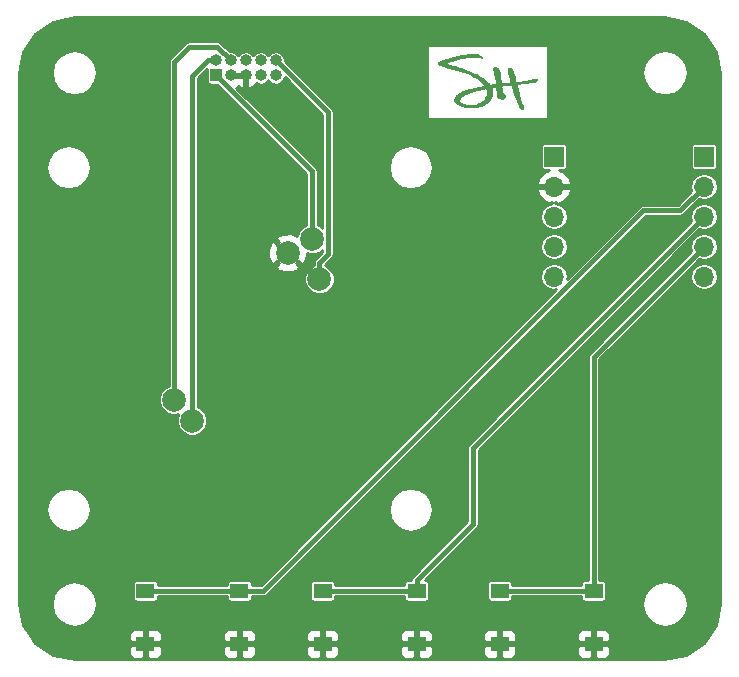
<source format=gbr>
G04 #@! TF.FileFunction,Copper,L1,Top,Signal*
%FSLAX46Y46*%
G04 Gerber Fmt 4.6, Leading zero omitted, Abs format (unit mm)*
G04 Created by KiCad (PCBNEW 4.0.4-stable) date 07/06/18 21:54:16*
%MOMM*%
%LPD*%
G01*
G04 APERTURE LIST*
%ADD10C,0.100000*%
%ADD11C,0.010000*%
%ADD12R,1.700000X1.700000*%
%ADD13O,1.700000X1.700000*%
%ADD14C,2.000000*%
%ADD15R,1.000000X1.000000*%
%ADD16O,1.000000X1.000000*%
%ADD17R,1.550000X1.300000*%
%ADD18C,0.400000*%
%ADD19C,0.254000*%
G04 APERTURE END LIST*
D10*
D11*
G36*
X143393354Y-70328845D02*
X143411121Y-70329593D01*
X143513960Y-70334978D01*
X143620459Y-70392222D01*
X143685229Y-70428127D01*
X143737239Y-70459586D01*
X143778478Y-70488020D01*
X143810938Y-70514849D01*
X143836611Y-70541492D01*
X143845859Y-70552984D01*
X143865414Y-70580729D01*
X143879395Y-70604702D01*
X143886732Y-70622497D01*
X143886355Y-70631707D01*
X143880864Y-70631732D01*
X143863572Y-70626594D01*
X143834133Y-70619384D01*
X143796026Y-70610828D01*
X143752732Y-70601654D01*
X143707730Y-70592586D01*
X143664499Y-70584353D01*
X143626520Y-70577681D01*
X143608211Y-70574804D01*
X143429531Y-70555070D01*
X143240275Y-70546819D01*
X143040783Y-70550006D01*
X142831397Y-70564590D01*
X142612457Y-70590526D01*
X142384303Y-70627772D01*
X142147277Y-70676283D01*
X141901719Y-70736018D01*
X141647969Y-70806932D01*
X141553606Y-70835522D01*
X141488404Y-70856058D01*
X141419149Y-70878558D01*
X141347341Y-70902477D01*
X141274485Y-70927268D01*
X141202082Y-70952387D01*
X141131636Y-70977288D01*
X141064648Y-71001425D01*
X141002622Y-71024253D01*
X140947059Y-71045227D01*
X140899463Y-71063802D01*
X140861336Y-71079431D01*
X140834180Y-71091570D01*
X140819498Y-71099672D01*
X140817521Y-71102726D01*
X140827007Y-71106965D01*
X140850491Y-71115614D01*
X140886832Y-71128296D01*
X140934891Y-71144638D01*
X140993528Y-71164263D01*
X141061604Y-71186797D01*
X141137979Y-71211863D01*
X141221514Y-71239088D01*
X141311068Y-71268096D01*
X141405502Y-71298511D01*
X141503677Y-71329958D01*
X141604453Y-71362063D01*
X141625314Y-71368687D01*
X141812031Y-71428304D01*
X141984568Y-71484203D01*
X142144067Y-71536812D01*
X142291672Y-71586561D01*
X142428525Y-71633880D01*
X142555769Y-71679199D01*
X142674547Y-71722946D01*
X142786003Y-71765552D01*
X142891279Y-71807446D01*
X142991517Y-71849059D01*
X143087862Y-71890818D01*
X143181455Y-71933155D01*
X143273440Y-71976499D01*
X143364960Y-72021278D01*
X143375750Y-72026661D01*
X143585516Y-72137475D01*
X143780157Y-72252671D01*
X143959833Y-72372354D01*
X144124706Y-72496628D01*
X144209187Y-72567019D01*
X144256801Y-72609580D01*
X144309143Y-72658761D01*
X144363055Y-72711401D01*
X144415374Y-72764342D01*
X144462943Y-72814423D01*
X144502599Y-72858485D01*
X144513577Y-72871365D01*
X144562406Y-72929699D01*
X144625906Y-72925586D01*
X144658368Y-72921863D01*
X144700745Y-72914699D01*
X144747712Y-72905098D01*
X144793945Y-72894068D01*
X144797109Y-72893244D01*
X144842555Y-72882226D01*
X144890320Y-72872176D01*
X144937553Y-72863529D01*
X144981401Y-72856717D01*
X145019012Y-72852173D01*
X145047535Y-72850332D01*
X145064116Y-72851625D01*
X145065933Y-72852407D01*
X145072677Y-72854011D01*
X145077064Y-72847851D01*
X145079212Y-72832235D01*
X145079239Y-72805469D01*
X145077264Y-72765859D01*
X145074626Y-72727874D01*
X145069010Y-72658729D01*
X145062531Y-72592745D01*
X145054828Y-72527812D01*
X145045543Y-72461822D01*
X145034317Y-72392665D01*
X145020791Y-72318233D01*
X145004606Y-72236417D01*
X144985402Y-72145107D01*
X144962822Y-72042194D01*
X144942608Y-71952401D01*
X144924926Y-71873462D01*
X144908381Y-71797568D01*
X144893316Y-71726438D01*
X144880075Y-71661791D01*
X144869001Y-71605344D01*
X144860437Y-71558816D01*
X144854727Y-71523924D01*
X144852214Y-71502388D01*
X144852125Y-71499575D01*
X144859626Y-71487259D01*
X144880406Y-71475213D01*
X144911876Y-71464227D01*
X144951448Y-71455093D01*
X144996533Y-71448600D01*
X145026750Y-71446215D01*
X145085432Y-71446128D01*
X145133691Y-71453847D01*
X145175685Y-71470899D01*
X145215570Y-71498810D01*
X145245292Y-71526461D01*
X145276455Y-71561234D01*
X145304540Y-71600093D01*
X145329827Y-71644135D01*
X145352598Y-71694455D01*
X145373135Y-71752146D01*
X145391719Y-71818305D01*
X145408630Y-71894026D01*
X145424152Y-71980404D01*
X145438564Y-72078534D01*
X145452149Y-72189511D01*
X145465188Y-72314430D01*
X145474973Y-72420125D01*
X145480638Y-72483214D01*
X145486385Y-72545431D01*
X145491922Y-72603768D01*
X145496962Y-72655220D01*
X145501214Y-72696778D01*
X145504312Y-72724792D01*
X145513650Y-72803241D01*
X145645247Y-72798665D01*
X145776597Y-72789752D01*
X145903843Y-72773039D01*
X145983622Y-72761431D01*
X146061567Y-72753738D01*
X146145264Y-72749267D01*
X146173718Y-72748423D01*
X146316593Y-72744859D01*
X146315679Y-72675757D01*
X146314897Y-72650528D01*
X146312940Y-72625681D01*
X146309363Y-72599348D01*
X146303720Y-72569659D01*
X146295563Y-72534747D01*
X146284447Y-72492743D01*
X146269926Y-72441779D01*
X146251552Y-72379986D01*
X146228880Y-72305495D01*
X146221427Y-72281218D01*
X146197093Y-72201846D01*
X146176957Y-72135576D01*
X146160449Y-72080366D01*
X146146997Y-72034176D01*
X146136031Y-71994965D01*
X146126981Y-71960693D01*
X146119275Y-71929319D01*
X146112345Y-71898803D01*
X146105618Y-71867103D01*
X146105542Y-71866735D01*
X146096465Y-71813287D01*
X146090367Y-71757340D01*
X146087359Y-71702568D01*
X146087551Y-71652646D01*
X146091055Y-71611251D01*
X146097066Y-71584501D01*
X146119882Y-71540650D01*
X146152047Y-71508123D01*
X146191204Y-71487519D01*
X146235000Y-71479436D01*
X146281077Y-71484472D01*
X146327082Y-71503225D01*
X146351775Y-71519815D01*
X146390993Y-71556106D01*
X146428615Y-71602903D01*
X146464860Y-71660787D01*
X146499949Y-71730343D01*
X146534102Y-71812153D01*
X146567537Y-71906801D01*
X146600474Y-72014870D01*
X146633134Y-72136941D01*
X146665735Y-72273600D01*
X146698498Y-72425429D01*
X146705078Y-72457611D01*
X146715662Y-72509612D01*
X146725457Y-72557348D01*
X146733936Y-72598288D01*
X146740574Y-72629899D01*
X146744845Y-72649649D01*
X146745873Y-72654064D01*
X146749042Y-72663726D01*
X146754844Y-72669645D01*
X146766630Y-72672732D01*
X146787756Y-72673898D01*
X146819501Y-72674055D01*
X146903935Y-72672486D01*
X146992397Y-72667817D01*
X147086293Y-72659854D01*
X147187027Y-72648404D01*
X147296003Y-72633272D01*
X147414627Y-72614264D01*
X147544302Y-72591186D01*
X147686434Y-72563845D01*
X147832656Y-72534081D01*
X147973484Y-72505259D01*
X148099141Y-72480565D01*
X148209598Y-72460006D01*
X148304826Y-72443586D01*
X148384795Y-72431311D01*
X148449476Y-72423186D01*
X148456968Y-72422414D01*
X148525656Y-72415551D01*
X148530026Y-72442480D01*
X148532149Y-72468811D01*
X148529194Y-72496390D01*
X148520325Y-72529165D01*
X148504707Y-72571083D01*
X148500820Y-72580621D01*
X148486882Y-72612391D01*
X148475692Y-72631988D01*
X148465208Y-72642375D01*
X148455750Y-72646091D01*
X148434649Y-72649831D01*
X148399174Y-72655252D01*
X148350717Y-72662179D01*
X148290669Y-72670439D01*
X148220423Y-72679855D01*
X148141370Y-72690253D01*
X148054903Y-72701460D01*
X147962412Y-72713299D01*
X147865290Y-72725596D01*
X147764929Y-72738177D01*
X147662721Y-72750866D01*
X147560058Y-72763490D01*
X147458331Y-72775872D01*
X147358933Y-72787839D01*
X147263255Y-72799216D01*
X147172689Y-72809828D01*
X147088627Y-72819501D01*
X147012461Y-72828059D01*
X146963500Y-72833410D01*
X146915858Y-72838625D01*
X146873966Y-72843367D01*
X146840249Y-72847350D01*
X146817133Y-72850285D01*
X146807044Y-72851886D01*
X146806810Y-72851986D01*
X146808600Y-72859737D01*
X146814697Y-72880285D01*
X146824390Y-72911365D01*
X146836972Y-72950712D01*
X146851732Y-72996061D01*
X146855684Y-73008085D01*
X146876489Y-73072898D01*
X146896434Y-73138673D01*
X146916057Y-73207471D01*
X146935891Y-73281348D01*
X146956474Y-73362366D01*
X146978341Y-73452582D01*
X147002027Y-73554055D01*
X147028068Y-73668845D01*
X147031058Y-73682187D01*
X147056139Y-73793479D01*
X147078523Y-73891066D01*
X147098666Y-73976804D01*
X147117028Y-74052545D01*
X147134066Y-74120143D01*
X147150238Y-74181454D01*
X147166001Y-74238330D01*
X147181815Y-74292625D01*
X147181966Y-74293133D01*
X147198465Y-74346718D01*
X147213825Y-74391774D01*
X147229834Y-74432377D01*
X147248280Y-74472603D01*
X147270951Y-74516528D01*
X147299634Y-74568226D01*
X147312638Y-74591031D01*
X147349373Y-74659597D01*
X147375458Y-74719359D01*
X147391522Y-74772689D01*
X147398193Y-74821955D01*
X147396099Y-74869529D01*
X147392316Y-74891736D01*
X147382425Y-74927902D01*
X147368916Y-74950818D01*
X147348837Y-74963097D01*
X147319239Y-74967349D01*
X147306796Y-74967435D01*
X147274193Y-74964887D01*
X147242004Y-74959093D01*
X147228011Y-74955064D01*
X147202568Y-74942688D01*
X147174457Y-74924156D01*
X147160542Y-74912924D01*
X147147837Y-74901399D01*
X147136287Y-74889896D01*
X147125318Y-74877234D01*
X147114356Y-74862228D01*
X147102827Y-74843696D01*
X147090159Y-74820454D01*
X147075777Y-74791320D01*
X147059108Y-74755111D01*
X147039578Y-74710643D01*
X147016613Y-74656733D01*
X146989641Y-74592199D01*
X146958086Y-74515857D01*
X146921376Y-74426524D01*
X146903128Y-74382030D01*
X146873146Y-74307804D01*
X146842328Y-74229234D01*
X146810101Y-74144770D01*
X146775894Y-74052858D01*
X146739137Y-73951948D01*
X146699257Y-73840486D01*
X146655683Y-73716922D01*
X146610354Y-73586937D01*
X146569282Y-73468913D01*
X146530742Y-73358746D01*
X146495133Y-73257563D01*
X146462857Y-73166492D01*
X146434314Y-73086662D01*
X146409904Y-73019199D01*
X146390027Y-72965232D01*
X146383920Y-72948959D01*
X146366303Y-72902324D01*
X146325573Y-72907434D01*
X146307520Y-72909590D01*
X146276021Y-72913233D01*
X146233407Y-72918099D01*
X146182010Y-72923923D01*
X146124162Y-72930440D01*
X146062194Y-72937386D01*
X146038781Y-72940001D01*
X145970367Y-72947751D01*
X145900282Y-72955901D01*
X145831941Y-72964036D01*
X145768761Y-72971747D01*
X145714154Y-72978620D01*
X145671538Y-72984244D01*
X145667703Y-72984772D01*
X145542687Y-73002086D01*
X145542687Y-73047911D01*
X145544095Y-73070964D01*
X145547994Y-73105980D01*
X145553898Y-73149330D01*
X145561323Y-73197384D01*
X145567745Y-73235165D01*
X145579326Y-73305251D01*
X145587240Y-73365566D01*
X145592069Y-73421633D01*
X145594400Y-73478974D01*
X145594584Y-73488936D01*
X145595613Y-73530079D01*
X145597212Y-73565816D01*
X145599189Y-73593003D01*
X145601350Y-73608498D01*
X145602073Y-73610514D01*
X145610525Y-73618085D01*
X145629688Y-73632368D01*
X145656928Y-73651477D01*
X145689609Y-73673532D01*
X145698218Y-73679217D01*
X145756402Y-73720702D01*
X145800337Y-73760071D01*
X145831123Y-73799250D01*
X145849864Y-73840166D01*
X145857659Y-73884746D01*
X145855612Y-73934917D01*
X145853365Y-73950598D01*
X145838597Y-73993248D01*
X145809663Y-74031059D01*
X145767945Y-74062417D01*
X145749647Y-74072012D01*
X145710776Y-74084618D01*
X145660919Y-74091975D01*
X145604136Y-74093889D01*
X145544489Y-74090165D01*
X145501784Y-74083835D01*
X145471088Y-74077286D01*
X145433547Y-74068119D01*
X145392282Y-74057234D01*
X145350416Y-74045531D01*
X145311071Y-74033910D01*
X145277369Y-74023270D01*
X145252433Y-74014512D01*
X145239384Y-74008535D01*
X145238726Y-74008012D01*
X145233968Y-73997138D01*
X145227254Y-73972704D01*
X145218999Y-73936846D01*
X145209618Y-73891701D01*
X145199527Y-73839405D01*
X145189140Y-73782096D01*
X145178872Y-73721910D01*
X145169137Y-73660983D01*
X145161886Y-73612261D01*
X145156207Y-73570444D01*
X145149844Y-73519885D01*
X145143066Y-73463106D01*
X145136142Y-73402626D01*
X145129341Y-73340967D01*
X145122933Y-73280647D01*
X145117186Y-73224188D01*
X145112370Y-73174110D01*
X145108755Y-73132933D01*
X145106609Y-73103178D01*
X145106125Y-73090241D01*
X145101903Y-73085897D01*
X145087685Y-73085895D01*
X145061145Y-73090313D01*
X145052546Y-73092069D01*
X145031346Y-73096899D01*
X144999992Y-73104556D01*
X144961117Y-73114348D01*
X144917351Y-73125583D01*
X144871326Y-73137566D01*
X144825673Y-73149607D01*
X144783024Y-73161011D01*
X144746011Y-73171087D01*
X144717264Y-73179141D01*
X144699415Y-73184481D01*
X144694805Y-73186241D01*
X144696534Y-73193964D01*
X144703834Y-73210866D01*
X144708564Y-73220468D01*
X144733754Y-73282166D01*
X144753019Y-73354907D01*
X144765914Y-73434834D01*
X144771994Y-73518090D01*
X144770814Y-73600819D01*
X144761928Y-73679163D01*
X144761694Y-73680513D01*
X144732062Y-73805721D01*
X144687672Y-73929386D01*
X144629642Y-74049847D01*
X144559088Y-74165441D01*
X144477128Y-74274509D01*
X144384878Y-74375389D01*
X144283456Y-74466418D01*
X144184457Y-74539079D01*
X144070235Y-74608609D01*
X143952317Y-74668055D01*
X143828568Y-74718175D01*
X143696851Y-74759724D01*
X143555029Y-74793458D01*
X143400967Y-74820134D01*
X143383687Y-74822600D01*
X143329719Y-74828390D01*
X143263292Y-74832716D01*
X143187752Y-74835577D01*
X143106448Y-74836976D01*
X143022728Y-74836914D01*
X142939938Y-74835391D01*
X142861426Y-74832410D01*
X142790540Y-74827971D01*
X142732812Y-74822345D01*
X142631357Y-74808391D01*
X142526685Y-74791055D01*
X142422315Y-74771076D01*
X142321768Y-74749192D01*
X142228561Y-74726141D01*
X142146214Y-74702663D01*
X142115605Y-74692816D01*
X142022690Y-74657936D01*
X141933163Y-74617126D01*
X141849013Y-74571673D01*
X141772229Y-74522863D01*
X141704799Y-74471983D01*
X141648710Y-74420317D01*
X141605952Y-74369154D01*
X141598779Y-74358478D01*
X141571381Y-74303226D01*
X141556718Y-74244507D01*
X141556147Y-74210367D01*
X141987023Y-74210367D01*
X141988907Y-74261578D01*
X142002091Y-74304307D01*
X142031616Y-74349025D01*
X142075887Y-74392851D01*
X142133780Y-74435246D01*
X142204170Y-74475671D01*
X142285933Y-74513591D01*
X142377942Y-74548466D01*
X142479075Y-74579758D01*
X142588206Y-74606930D01*
X142668985Y-74623253D01*
X142772331Y-74640286D01*
X142864698Y-74651144D01*
X142949636Y-74656051D01*
X143030694Y-74655229D01*
X143099080Y-74650203D01*
X143231873Y-74630404D01*
X143363138Y-74598477D01*
X143491584Y-74555319D01*
X143615924Y-74501827D01*
X143734867Y-74438897D01*
X143847125Y-74367427D01*
X143951408Y-74288312D01*
X144046426Y-74202450D01*
X144130890Y-74110737D01*
X144203512Y-74014071D01*
X144263000Y-73913347D01*
X144308068Y-73809463D01*
X144308122Y-73809311D01*
X144332997Y-73727828D01*
X144347524Y-73649941D01*
X144352980Y-73568434D01*
X144353095Y-73555187D01*
X144347194Y-73456029D01*
X144328467Y-73362583D01*
X144299043Y-73277375D01*
X144283422Y-73240078D01*
X144271960Y-73215470D01*
X144262904Y-73201504D01*
X144254502Y-73196134D01*
X144245003Y-73197314D01*
X144234533Y-73202053D01*
X144219915Y-73207288D01*
X144191271Y-73215607D01*
X144150068Y-73226647D01*
X144097777Y-73240043D01*
X144035867Y-73255432D01*
X143965807Y-73272450D01*
X143889066Y-73290735D01*
X143807113Y-73309922D01*
X143721418Y-73329648D01*
X143689281Y-73336960D01*
X143538365Y-73372287D01*
X143400380Y-73407074D01*
X143272449Y-73442254D01*
X143151696Y-73478758D01*
X143035245Y-73517520D01*
X142920220Y-73559472D01*
X142803746Y-73605548D01*
X142682944Y-73656679D01*
X142625745Y-73681881D01*
X142498966Y-73740758D01*
X142387423Y-73797737D01*
X142290636Y-73853151D01*
X142208123Y-73907333D01*
X142139404Y-73960617D01*
X142083999Y-74013336D01*
X142041425Y-74065823D01*
X142019089Y-74102440D01*
X141997180Y-74156179D01*
X141987023Y-74210367D01*
X141556147Y-74210367D01*
X141555747Y-74186507D01*
X141557133Y-74176266D01*
X141574474Y-74107523D01*
X141604664Y-74033535D01*
X141646543Y-73956521D01*
X141698950Y-73878701D01*
X141740026Y-73826435D01*
X141798450Y-73765520D01*
X141871578Y-73704735D01*
X141958245Y-73644700D01*
X142057287Y-73586033D01*
X142167540Y-73529350D01*
X142287841Y-73475271D01*
X142417024Y-73424413D01*
X142553927Y-73377395D01*
X142629625Y-73354123D01*
X142688302Y-73337021D01*
X142744930Y-73321039D01*
X142801194Y-73305782D01*
X142858777Y-73290855D01*
X142919364Y-73275865D01*
X142984639Y-73260416D01*
X143056286Y-73244113D01*
X143135989Y-73226561D01*
X143225432Y-73207367D01*
X143326300Y-73186135D01*
X143440277Y-73162470D01*
X143499014Y-73150362D01*
X143606014Y-73128226D01*
X143706228Y-73107258D01*
X143798661Y-73087678D01*
X143882319Y-73069703D01*
X143956209Y-73053553D01*
X144019335Y-73039448D01*
X144070703Y-73027606D01*
X144109320Y-73018247D01*
X144134190Y-73011590D01*
X144143696Y-73008265D01*
X144143321Y-73000203D01*
X144132409Y-72982475D01*
X144112007Y-72956271D01*
X144083162Y-72922782D01*
X144046919Y-72883198D01*
X144004325Y-72838709D01*
X143956425Y-72790505D01*
X143926623Y-72761312D01*
X143781374Y-72629873D01*
X143621667Y-72503119D01*
X143448353Y-72381534D01*
X143262283Y-72265604D01*
X143064307Y-72155813D01*
X142855278Y-72052646D01*
X142636046Y-71956587D01*
X142407463Y-71868122D01*
X142280848Y-71823818D01*
X142212444Y-71801027D01*
X142147716Y-71780132D01*
X142084374Y-71760488D01*
X142020123Y-71741453D01*
X141952674Y-71722385D01*
X141879732Y-71702640D01*
X141799006Y-71681577D01*
X141708203Y-71658551D01*
X141605031Y-71632921D01*
X141564285Y-71622900D01*
X141465323Y-71598523D01*
X141379619Y-71577174D01*
X141304979Y-71558248D01*
X141239209Y-71541138D01*
X141180113Y-71525238D01*
X141125498Y-71509942D01*
X141073168Y-71494645D01*
X141020928Y-71478739D01*
X140966585Y-71461618D01*
X140907943Y-71442678D01*
X140887343Y-71435947D01*
X140827709Y-71416724D01*
X140762898Y-71396348D01*
X140698006Y-71376386D01*
X140638126Y-71358406D01*
X140589687Y-71344352D01*
X140495382Y-71316072D01*
X140415870Y-71288502D01*
X140350127Y-71261023D01*
X140297126Y-71233017D01*
X140255842Y-71203866D01*
X140225250Y-71172953D01*
X140204323Y-71139660D01*
X140192398Y-71104986D01*
X140188703Y-71071093D01*
X140194874Y-71040789D01*
X140212059Y-71012689D01*
X140241403Y-70985411D01*
X140284052Y-70957571D01*
X140337811Y-70929402D01*
X140375219Y-70911972D01*
X140415825Y-70894614D01*
X140460732Y-70876985D01*
X140511046Y-70858745D01*
X140567870Y-70839552D01*
X140632309Y-70819066D01*
X140705465Y-70796945D01*
X140788445Y-70772848D01*
X140882351Y-70746434D01*
X140988288Y-70717361D01*
X141107359Y-70685289D01*
X141240670Y-70649876D01*
X141252468Y-70646760D01*
X141424444Y-70601918D01*
X141583029Y-70561794D01*
X141729883Y-70526061D01*
X141866667Y-70494394D01*
X141995043Y-70466465D01*
X142116670Y-70441948D01*
X142233209Y-70420517D01*
X142346322Y-70401846D01*
X142457670Y-70385607D01*
X142568912Y-70371474D01*
X142681710Y-70359120D01*
X142748687Y-70352625D01*
X142812567Y-70347372D01*
X142885192Y-70342534D01*
X142963644Y-70338214D01*
X143045006Y-70334514D01*
X143126361Y-70331533D01*
X143204791Y-70329375D01*
X143277378Y-70328140D01*
X143341205Y-70327929D01*
X143393354Y-70328845D01*
X143393354Y-70328845D01*
G37*
X143393354Y-70328845D02*
X143411121Y-70329593D01*
X143513960Y-70334978D01*
X143620459Y-70392222D01*
X143685229Y-70428127D01*
X143737239Y-70459586D01*
X143778478Y-70488020D01*
X143810938Y-70514849D01*
X143836611Y-70541492D01*
X143845859Y-70552984D01*
X143865414Y-70580729D01*
X143879395Y-70604702D01*
X143886732Y-70622497D01*
X143886355Y-70631707D01*
X143880864Y-70631732D01*
X143863572Y-70626594D01*
X143834133Y-70619384D01*
X143796026Y-70610828D01*
X143752732Y-70601654D01*
X143707730Y-70592586D01*
X143664499Y-70584353D01*
X143626520Y-70577681D01*
X143608211Y-70574804D01*
X143429531Y-70555070D01*
X143240275Y-70546819D01*
X143040783Y-70550006D01*
X142831397Y-70564590D01*
X142612457Y-70590526D01*
X142384303Y-70627772D01*
X142147277Y-70676283D01*
X141901719Y-70736018D01*
X141647969Y-70806932D01*
X141553606Y-70835522D01*
X141488404Y-70856058D01*
X141419149Y-70878558D01*
X141347341Y-70902477D01*
X141274485Y-70927268D01*
X141202082Y-70952387D01*
X141131636Y-70977288D01*
X141064648Y-71001425D01*
X141002622Y-71024253D01*
X140947059Y-71045227D01*
X140899463Y-71063802D01*
X140861336Y-71079431D01*
X140834180Y-71091570D01*
X140819498Y-71099672D01*
X140817521Y-71102726D01*
X140827007Y-71106965D01*
X140850491Y-71115614D01*
X140886832Y-71128296D01*
X140934891Y-71144638D01*
X140993528Y-71164263D01*
X141061604Y-71186797D01*
X141137979Y-71211863D01*
X141221514Y-71239088D01*
X141311068Y-71268096D01*
X141405502Y-71298511D01*
X141503677Y-71329958D01*
X141604453Y-71362063D01*
X141625314Y-71368687D01*
X141812031Y-71428304D01*
X141984568Y-71484203D01*
X142144067Y-71536812D01*
X142291672Y-71586561D01*
X142428525Y-71633880D01*
X142555769Y-71679199D01*
X142674547Y-71722946D01*
X142786003Y-71765552D01*
X142891279Y-71807446D01*
X142991517Y-71849059D01*
X143087862Y-71890818D01*
X143181455Y-71933155D01*
X143273440Y-71976499D01*
X143364960Y-72021278D01*
X143375750Y-72026661D01*
X143585516Y-72137475D01*
X143780157Y-72252671D01*
X143959833Y-72372354D01*
X144124706Y-72496628D01*
X144209187Y-72567019D01*
X144256801Y-72609580D01*
X144309143Y-72658761D01*
X144363055Y-72711401D01*
X144415374Y-72764342D01*
X144462943Y-72814423D01*
X144502599Y-72858485D01*
X144513577Y-72871365D01*
X144562406Y-72929699D01*
X144625906Y-72925586D01*
X144658368Y-72921863D01*
X144700745Y-72914699D01*
X144747712Y-72905098D01*
X144793945Y-72894068D01*
X144797109Y-72893244D01*
X144842555Y-72882226D01*
X144890320Y-72872176D01*
X144937553Y-72863529D01*
X144981401Y-72856717D01*
X145019012Y-72852173D01*
X145047535Y-72850332D01*
X145064116Y-72851625D01*
X145065933Y-72852407D01*
X145072677Y-72854011D01*
X145077064Y-72847851D01*
X145079212Y-72832235D01*
X145079239Y-72805469D01*
X145077264Y-72765859D01*
X145074626Y-72727874D01*
X145069010Y-72658729D01*
X145062531Y-72592745D01*
X145054828Y-72527812D01*
X145045543Y-72461822D01*
X145034317Y-72392665D01*
X145020791Y-72318233D01*
X145004606Y-72236417D01*
X144985402Y-72145107D01*
X144962822Y-72042194D01*
X144942608Y-71952401D01*
X144924926Y-71873462D01*
X144908381Y-71797568D01*
X144893316Y-71726438D01*
X144880075Y-71661791D01*
X144869001Y-71605344D01*
X144860437Y-71558816D01*
X144854727Y-71523924D01*
X144852214Y-71502388D01*
X144852125Y-71499575D01*
X144859626Y-71487259D01*
X144880406Y-71475213D01*
X144911876Y-71464227D01*
X144951448Y-71455093D01*
X144996533Y-71448600D01*
X145026750Y-71446215D01*
X145085432Y-71446128D01*
X145133691Y-71453847D01*
X145175685Y-71470899D01*
X145215570Y-71498810D01*
X145245292Y-71526461D01*
X145276455Y-71561234D01*
X145304540Y-71600093D01*
X145329827Y-71644135D01*
X145352598Y-71694455D01*
X145373135Y-71752146D01*
X145391719Y-71818305D01*
X145408630Y-71894026D01*
X145424152Y-71980404D01*
X145438564Y-72078534D01*
X145452149Y-72189511D01*
X145465188Y-72314430D01*
X145474973Y-72420125D01*
X145480638Y-72483214D01*
X145486385Y-72545431D01*
X145491922Y-72603768D01*
X145496962Y-72655220D01*
X145501214Y-72696778D01*
X145504312Y-72724792D01*
X145513650Y-72803241D01*
X145645247Y-72798665D01*
X145776597Y-72789752D01*
X145903843Y-72773039D01*
X145983622Y-72761431D01*
X146061567Y-72753738D01*
X146145264Y-72749267D01*
X146173718Y-72748423D01*
X146316593Y-72744859D01*
X146315679Y-72675757D01*
X146314897Y-72650528D01*
X146312940Y-72625681D01*
X146309363Y-72599348D01*
X146303720Y-72569659D01*
X146295563Y-72534747D01*
X146284447Y-72492743D01*
X146269926Y-72441779D01*
X146251552Y-72379986D01*
X146228880Y-72305495D01*
X146221427Y-72281218D01*
X146197093Y-72201846D01*
X146176957Y-72135576D01*
X146160449Y-72080366D01*
X146146997Y-72034176D01*
X146136031Y-71994965D01*
X146126981Y-71960693D01*
X146119275Y-71929319D01*
X146112345Y-71898803D01*
X146105618Y-71867103D01*
X146105542Y-71866735D01*
X146096465Y-71813287D01*
X146090367Y-71757340D01*
X146087359Y-71702568D01*
X146087551Y-71652646D01*
X146091055Y-71611251D01*
X146097066Y-71584501D01*
X146119882Y-71540650D01*
X146152047Y-71508123D01*
X146191204Y-71487519D01*
X146235000Y-71479436D01*
X146281077Y-71484472D01*
X146327082Y-71503225D01*
X146351775Y-71519815D01*
X146390993Y-71556106D01*
X146428615Y-71602903D01*
X146464860Y-71660787D01*
X146499949Y-71730343D01*
X146534102Y-71812153D01*
X146567537Y-71906801D01*
X146600474Y-72014870D01*
X146633134Y-72136941D01*
X146665735Y-72273600D01*
X146698498Y-72425429D01*
X146705078Y-72457611D01*
X146715662Y-72509612D01*
X146725457Y-72557348D01*
X146733936Y-72598288D01*
X146740574Y-72629899D01*
X146744845Y-72649649D01*
X146745873Y-72654064D01*
X146749042Y-72663726D01*
X146754844Y-72669645D01*
X146766630Y-72672732D01*
X146787756Y-72673898D01*
X146819501Y-72674055D01*
X146903935Y-72672486D01*
X146992397Y-72667817D01*
X147086293Y-72659854D01*
X147187027Y-72648404D01*
X147296003Y-72633272D01*
X147414627Y-72614264D01*
X147544302Y-72591186D01*
X147686434Y-72563845D01*
X147832656Y-72534081D01*
X147973484Y-72505259D01*
X148099141Y-72480565D01*
X148209598Y-72460006D01*
X148304826Y-72443586D01*
X148384795Y-72431311D01*
X148449476Y-72423186D01*
X148456968Y-72422414D01*
X148525656Y-72415551D01*
X148530026Y-72442480D01*
X148532149Y-72468811D01*
X148529194Y-72496390D01*
X148520325Y-72529165D01*
X148504707Y-72571083D01*
X148500820Y-72580621D01*
X148486882Y-72612391D01*
X148475692Y-72631988D01*
X148465208Y-72642375D01*
X148455750Y-72646091D01*
X148434649Y-72649831D01*
X148399174Y-72655252D01*
X148350717Y-72662179D01*
X148290669Y-72670439D01*
X148220423Y-72679855D01*
X148141370Y-72690253D01*
X148054903Y-72701460D01*
X147962412Y-72713299D01*
X147865290Y-72725596D01*
X147764929Y-72738177D01*
X147662721Y-72750866D01*
X147560058Y-72763490D01*
X147458331Y-72775872D01*
X147358933Y-72787839D01*
X147263255Y-72799216D01*
X147172689Y-72809828D01*
X147088627Y-72819501D01*
X147012461Y-72828059D01*
X146963500Y-72833410D01*
X146915858Y-72838625D01*
X146873966Y-72843367D01*
X146840249Y-72847350D01*
X146817133Y-72850285D01*
X146807044Y-72851886D01*
X146806810Y-72851986D01*
X146808600Y-72859737D01*
X146814697Y-72880285D01*
X146824390Y-72911365D01*
X146836972Y-72950712D01*
X146851732Y-72996061D01*
X146855684Y-73008085D01*
X146876489Y-73072898D01*
X146896434Y-73138673D01*
X146916057Y-73207471D01*
X146935891Y-73281348D01*
X146956474Y-73362366D01*
X146978341Y-73452582D01*
X147002027Y-73554055D01*
X147028068Y-73668845D01*
X147031058Y-73682187D01*
X147056139Y-73793479D01*
X147078523Y-73891066D01*
X147098666Y-73976804D01*
X147117028Y-74052545D01*
X147134066Y-74120143D01*
X147150238Y-74181454D01*
X147166001Y-74238330D01*
X147181815Y-74292625D01*
X147181966Y-74293133D01*
X147198465Y-74346718D01*
X147213825Y-74391774D01*
X147229834Y-74432377D01*
X147248280Y-74472603D01*
X147270951Y-74516528D01*
X147299634Y-74568226D01*
X147312638Y-74591031D01*
X147349373Y-74659597D01*
X147375458Y-74719359D01*
X147391522Y-74772689D01*
X147398193Y-74821955D01*
X147396099Y-74869529D01*
X147392316Y-74891736D01*
X147382425Y-74927902D01*
X147368916Y-74950818D01*
X147348837Y-74963097D01*
X147319239Y-74967349D01*
X147306796Y-74967435D01*
X147274193Y-74964887D01*
X147242004Y-74959093D01*
X147228011Y-74955064D01*
X147202568Y-74942688D01*
X147174457Y-74924156D01*
X147160542Y-74912924D01*
X147147837Y-74901399D01*
X147136287Y-74889896D01*
X147125318Y-74877234D01*
X147114356Y-74862228D01*
X147102827Y-74843696D01*
X147090159Y-74820454D01*
X147075777Y-74791320D01*
X147059108Y-74755111D01*
X147039578Y-74710643D01*
X147016613Y-74656733D01*
X146989641Y-74592199D01*
X146958086Y-74515857D01*
X146921376Y-74426524D01*
X146903128Y-74382030D01*
X146873146Y-74307804D01*
X146842328Y-74229234D01*
X146810101Y-74144770D01*
X146775894Y-74052858D01*
X146739137Y-73951948D01*
X146699257Y-73840486D01*
X146655683Y-73716922D01*
X146610354Y-73586937D01*
X146569282Y-73468913D01*
X146530742Y-73358746D01*
X146495133Y-73257563D01*
X146462857Y-73166492D01*
X146434314Y-73086662D01*
X146409904Y-73019199D01*
X146390027Y-72965232D01*
X146383920Y-72948959D01*
X146366303Y-72902324D01*
X146325573Y-72907434D01*
X146307520Y-72909590D01*
X146276021Y-72913233D01*
X146233407Y-72918099D01*
X146182010Y-72923923D01*
X146124162Y-72930440D01*
X146062194Y-72937386D01*
X146038781Y-72940001D01*
X145970367Y-72947751D01*
X145900282Y-72955901D01*
X145831941Y-72964036D01*
X145768761Y-72971747D01*
X145714154Y-72978620D01*
X145671538Y-72984244D01*
X145667703Y-72984772D01*
X145542687Y-73002086D01*
X145542687Y-73047911D01*
X145544095Y-73070964D01*
X145547994Y-73105980D01*
X145553898Y-73149330D01*
X145561323Y-73197384D01*
X145567745Y-73235165D01*
X145579326Y-73305251D01*
X145587240Y-73365566D01*
X145592069Y-73421633D01*
X145594400Y-73478974D01*
X145594584Y-73488936D01*
X145595613Y-73530079D01*
X145597212Y-73565816D01*
X145599189Y-73593003D01*
X145601350Y-73608498D01*
X145602073Y-73610514D01*
X145610525Y-73618085D01*
X145629688Y-73632368D01*
X145656928Y-73651477D01*
X145689609Y-73673532D01*
X145698218Y-73679217D01*
X145756402Y-73720702D01*
X145800337Y-73760071D01*
X145831123Y-73799250D01*
X145849864Y-73840166D01*
X145857659Y-73884746D01*
X145855612Y-73934917D01*
X145853365Y-73950598D01*
X145838597Y-73993248D01*
X145809663Y-74031059D01*
X145767945Y-74062417D01*
X145749647Y-74072012D01*
X145710776Y-74084618D01*
X145660919Y-74091975D01*
X145604136Y-74093889D01*
X145544489Y-74090165D01*
X145501784Y-74083835D01*
X145471088Y-74077286D01*
X145433547Y-74068119D01*
X145392282Y-74057234D01*
X145350416Y-74045531D01*
X145311071Y-74033910D01*
X145277369Y-74023270D01*
X145252433Y-74014512D01*
X145239384Y-74008535D01*
X145238726Y-74008012D01*
X145233968Y-73997138D01*
X145227254Y-73972704D01*
X145218999Y-73936846D01*
X145209618Y-73891701D01*
X145199527Y-73839405D01*
X145189140Y-73782096D01*
X145178872Y-73721910D01*
X145169137Y-73660983D01*
X145161886Y-73612261D01*
X145156207Y-73570444D01*
X145149844Y-73519885D01*
X145143066Y-73463106D01*
X145136142Y-73402626D01*
X145129341Y-73340967D01*
X145122933Y-73280647D01*
X145117186Y-73224188D01*
X145112370Y-73174110D01*
X145108755Y-73132933D01*
X145106609Y-73103178D01*
X145106125Y-73090241D01*
X145101903Y-73085897D01*
X145087685Y-73085895D01*
X145061145Y-73090313D01*
X145052546Y-73092069D01*
X145031346Y-73096899D01*
X144999992Y-73104556D01*
X144961117Y-73114348D01*
X144917351Y-73125583D01*
X144871326Y-73137566D01*
X144825673Y-73149607D01*
X144783024Y-73161011D01*
X144746011Y-73171087D01*
X144717264Y-73179141D01*
X144699415Y-73184481D01*
X144694805Y-73186241D01*
X144696534Y-73193964D01*
X144703834Y-73210866D01*
X144708564Y-73220468D01*
X144733754Y-73282166D01*
X144753019Y-73354907D01*
X144765914Y-73434834D01*
X144771994Y-73518090D01*
X144770814Y-73600819D01*
X144761928Y-73679163D01*
X144761694Y-73680513D01*
X144732062Y-73805721D01*
X144687672Y-73929386D01*
X144629642Y-74049847D01*
X144559088Y-74165441D01*
X144477128Y-74274509D01*
X144384878Y-74375389D01*
X144283456Y-74466418D01*
X144184457Y-74539079D01*
X144070235Y-74608609D01*
X143952317Y-74668055D01*
X143828568Y-74718175D01*
X143696851Y-74759724D01*
X143555029Y-74793458D01*
X143400967Y-74820134D01*
X143383687Y-74822600D01*
X143329719Y-74828390D01*
X143263292Y-74832716D01*
X143187752Y-74835577D01*
X143106448Y-74836976D01*
X143022728Y-74836914D01*
X142939938Y-74835391D01*
X142861426Y-74832410D01*
X142790540Y-74827971D01*
X142732812Y-74822345D01*
X142631357Y-74808391D01*
X142526685Y-74791055D01*
X142422315Y-74771076D01*
X142321768Y-74749192D01*
X142228561Y-74726141D01*
X142146214Y-74702663D01*
X142115605Y-74692816D01*
X142022690Y-74657936D01*
X141933163Y-74617126D01*
X141849013Y-74571673D01*
X141772229Y-74522863D01*
X141704799Y-74471983D01*
X141648710Y-74420317D01*
X141605952Y-74369154D01*
X141598779Y-74358478D01*
X141571381Y-74303226D01*
X141556718Y-74244507D01*
X141556147Y-74210367D01*
X141987023Y-74210367D01*
X141988907Y-74261578D01*
X142002091Y-74304307D01*
X142031616Y-74349025D01*
X142075887Y-74392851D01*
X142133780Y-74435246D01*
X142204170Y-74475671D01*
X142285933Y-74513591D01*
X142377942Y-74548466D01*
X142479075Y-74579758D01*
X142588206Y-74606930D01*
X142668985Y-74623253D01*
X142772331Y-74640286D01*
X142864698Y-74651144D01*
X142949636Y-74656051D01*
X143030694Y-74655229D01*
X143099080Y-74650203D01*
X143231873Y-74630404D01*
X143363138Y-74598477D01*
X143491584Y-74555319D01*
X143615924Y-74501827D01*
X143734867Y-74438897D01*
X143847125Y-74367427D01*
X143951408Y-74288312D01*
X144046426Y-74202450D01*
X144130890Y-74110737D01*
X144203512Y-74014071D01*
X144263000Y-73913347D01*
X144308068Y-73809463D01*
X144308122Y-73809311D01*
X144332997Y-73727828D01*
X144347524Y-73649941D01*
X144352980Y-73568434D01*
X144353095Y-73555187D01*
X144347194Y-73456029D01*
X144328467Y-73362583D01*
X144299043Y-73277375D01*
X144283422Y-73240078D01*
X144271960Y-73215470D01*
X144262904Y-73201504D01*
X144254502Y-73196134D01*
X144245003Y-73197314D01*
X144234533Y-73202053D01*
X144219915Y-73207288D01*
X144191271Y-73215607D01*
X144150068Y-73226647D01*
X144097777Y-73240043D01*
X144035867Y-73255432D01*
X143965807Y-73272450D01*
X143889066Y-73290735D01*
X143807113Y-73309922D01*
X143721418Y-73329648D01*
X143689281Y-73336960D01*
X143538365Y-73372287D01*
X143400380Y-73407074D01*
X143272449Y-73442254D01*
X143151696Y-73478758D01*
X143035245Y-73517520D01*
X142920220Y-73559472D01*
X142803746Y-73605548D01*
X142682944Y-73656679D01*
X142625745Y-73681881D01*
X142498966Y-73740758D01*
X142387423Y-73797737D01*
X142290636Y-73853151D01*
X142208123Y-73907333D01*
X142139404Y-73960617D01*
X142083999Y-74013336D01*
X142041425Y-74065823D01*
X142019089Y-74102440D01*
X141997180Y-74156179D01*
X141987023Y-74210367D01*
X141556147Y-74210367D01*
X141555747Y-74186507D01*
X141557133Y-74176266D01*
X141574474Y-74107523D01*
X141604664Y-74033535D01*
X141646543Y-73956521D01*
X141698950Y-73878701D01*
X141740026Y-73826435D01*
X141798450Y-73765520D01*
X141871578Y-73704735D01*
X141958245Y-73644700D01*
X142057287Y-73586033D01*
X142167540Y-73529350D01*
X142287841Y-73475271D01*
X142417024Y-73424413D01*
X142553927Y-73377395D01*
X142629625Y-73354123D01*
X142688302Y-73337021D01*
X142744930Y-73321039D01*
X142801194Y-73305782D01*
X142858777Y-73290855D01*
X142919364Y-73275865D01*
X142984639Y-73260416D01*
X143056286Y-73244113D01*
X143135989Y-73226561D01*
X143225432Y-73207367D01*
X143326300Y-73186135D01*
X143440277Y-73162470D01*
X143499014Y-73150362D01*
X143606014Y-73128226D01*
X143706228Y-73107258D01*
X143798661Y-73087678D01*
X143882319Y-73069703D01*
X143956209Y-73053553D01*
X144019335Y-73039448D01*
X144070703Y-73027606D01*
X144109320Y-73018247D01*
X144134190Y-73011590D01*
X144143696Y-73008265D01*
X144143321Y-73000203D01*
X144132409Y-72982475D01*
X144112007Y-72956271D01*
X144083162Y-72922782D01*
X144046919Y-72883198D01*
X144004325Y-72838709D01*
X143956425Y-72790505D01*
X143926623Y-72761312D01*
X143781374Y-72629873D01*
X143621667Y-72503119D01*
X143448353Y-72381534D01*
X143262283Y-72265604D01*
X143064307Y-72155813D01*
X142855278Y-72052646D01*
X142636046Y-71956587D01*
X142407463Y-71868122D01*
X142280848Y-71823818D01*
X142212444Y-71801027D01*
X142147716Y-71780132D01*
X142084374Y-71760488D01*
X142020123Y-71741453D01*
X141952674Y-71722385D01*
X141879732Y-71702640D01*
X141799006Y-71681577D01*
X141708203Y-71658551D01*
X141605031Y-71632921D01*
X141564285Y-71622900D01*
X141465323Y-71598523D01*
X141379619Y-71577174D01*
X141304979Y-71558248D01*
X141239209Y-71541138D01*
X141180113Y-71525238D01*
X141125498Y-71509942D01*
X141073168Y-71494645D01*
X141020928Y-71478739D01*
X140966585Y-71461618D01*
X140907943Y-71442678D01*
X140887343Y-71435947D01*
X140827709Y-71416724D01*
X140762898Y-71396348D01*
X140698006Y-71376386D01*
X140638126Y-71358406D01*
X140589687Y-71344352D01*
X140495382Y-71316072D01*
X140415870Y-71288502D01*
X140350127Y-71261023D01*
X140297126Y-71233017D01*
X140255842Y-71203866D01*
X140225250Y-71172953D01*
X140204323Y-71139660D01*
X140192398Y-71104986D01*
X140188703Y-71071093D01*
X140194874Y-71040789D01*
X140212059Y-71012689D01*
X140241403Y-70985411D01*
X140284052Y-70957571D01*
X140337811Y-70929402D01*
X140375219Y-70911972D01*
X140415825Y-70894614D01*
X140460732Y-70876985D01*
X140511046Y-70858745D01*
X140567870Y-70839552D01*
X140632309Y-70819066D01*
X140705465Y-70796945D01*
X140788445Y-70772848D01*
X140882351Y-70746434D01*
X140988288Y-70717361D01*
X141107359Y-70685289D01*
X141240670Y-70649876D01*
X141252468Y-70646760D01*
X141424444Y-70601918D01*
X141583029Y-70561794D01*
X141729883Y-70526061D01*
X141866667Y-70494394D01*
X141995043Y-70466465D01*
X142116670Y-70441948D01*
X142233209Y-70420517D01*
X142346322Y-70401846D01*
X142457670Y-70385607D01*
X142568912Y-70371474D01*
X142681710Y-70359120D01*
X142748687Y-70352625D01*
X142812567Y-70347372D01*
X142885192Y-70342534D01*
X142963644Y-70338214D01*
X143045006Y-70334514D01*
X143126361Y-70331533D01*
X143204791Y-70329375D01*
X143277378Y-70328140D01*
X143341205Y-70327929D01*
X143393354Y-70328845D01*
D12*
X150000000Y-79000000D03*
D13*
X150000000Y-81540000D03*
X150000000Y-84080000D03*
X150000000Y-86620000D03*
X150000000Y-89160000D03*
D12*
X162700000Y-79000000D03*
D13*
X162700000Y-81540000D03*
X162700000Y-84080000D03*
X162700000Y-86620000D03*
X162700000Y-89160000D03*
D14*
X129519994Y-85975000D03*
X127444997Y-87150003D03*
X130144994Y-89400003D03*
X119370000Y-101350000D03*
X117844999Y-99600000D03*
D15*
X121380000Y-72120000D03*
D16*
X121380000Y-70850000D03*
X122650000Y-72120000D03*
X122650000Y-70850000D03*
X123920000Y-72120000D03*
X123920000Y-70850000D03*
X125190000Y-72120000D03*
X125190000Y-70850000D03*
X126460000Y-72120000D03*
X126460000Y-70850000D03*
D17*
X115414997Y-120250000D03*
X115414997Y-115750000D03*
X123364997Y-115750000D03*
X123364997Y-120250000D03*
X130414997Y-120250000D03*
X130414997Y-115750000D03*
X138364997Y-115750000D03*
X138364997Y-120250000D03*
X145414997Y-120250000D03*
X145414997Y-115750000D03*
X153364997Y-115750000D03*
X153364997Y-120250000D03*
D18*
X129519994Y-85975000D02*
X129519994Y-80259994D01*
X129519994Y-80259994D02*
X121380000Y-72120000D01*
X123364997Y-115750000D02*
X125372310Y-115750000D01*
X125372310Y-115750000D02*
X157582310Y-83540000D01*
X157582310Y-83540000D02*
X160700000Y-83540000D01*
X160700000Y-83540000D02*
X162700000Y-81540000D01*
X115414997Y-115750000D02*
X116589997Y-115750000D01*
X116589997Y-115750000D02*
X123364997Y-115750000D01*
X138364997Y-115750000D02*
X138364997Y-114870185D01*
X138364997Y-114870185D02*
X143139419Y-110095763D01*
X143139419Y-110095763D02*
X143139419Y-103640581D01*
X143139419Y-103640581D02*
X162700000Y-84080000D01*
X130414997Y-115750000D02*
X131589997Y-115750000D01*
X131589997Y-115750000D02*
X138364997Y-115750000D01*
X153364997Y-115750000D02*
X153364997Y-95955003D01*
X153364997Y-95955003D02*
X162700000Y-86620000D01*
X145414997Y-115750000D02*
X146589997Y-115750000D01*
X146589997Y-115750000D02*
X153364997Y-115750000D01*
X130144994Y-89400003D02*
X130144994Y-87985790D01*
X130144994Y-87985790D02*
X130869995Y-87260789D01*
X130869995Y-87260789D02*
X130869995Y-75259995D01*
X130869995Y-75259995D02*
X126959999Y-71349999D01*
X126959999Y-71349999D02*
X126460000Y-70850000D01*
X119370000Y-101350000D02*
X119370000Y-72152894D01*
X119370000Y-72152894D02*
X120672894Y-70850000D01*
X120672894Y-70850000D02*
X121380000Y-70850000D01*
X117844999Y-99600000D02*
X117844999Y-70965001D01*
X117844999Y-70965001D02*
X119098248Y-69711752D01*
X119098248Y-69711752D02*
X121511752Y-69711752D01*
X121511752Y-69711752D02*
X122650000Y-70850000D01*
D19*
G36*
X161175825Y-67588632D02*
X162689777Y-68600223D01*
X163701367Y-70114174D01*
X164062997Y-71932210D01*
X164062997Y-116867796D01*
X163701367Y-118685832D01*
X162689777Y-120199783D01*
X161175825Y-121211374D01*
X159357790Y-121573003D01*
X109422203Y-121573003D01*
X107604167Y-121211372D01*
X106593028Y-120535750D01*
X114004997Y-120535750D01*
X114004997Y-121026310D01*
X114101670Y-121259699D01*
X114280299Y-121438327D01*
X114513688Y-121535000D01*
X115129247Y-121535000D01*
X115287997Y-121376250D01*
X115287997Y-120377000D01*
X115541997Y-120377000D01*
X115541997Y-121376250D01*
X115700747Y-121535000D01*
X116316306Y-121535000D01*
X116549695Y-121438327D01*
X116728324Y-121259699D01*
X116824997Y-121026310D01*
X116824997Y-120535750D01*
X121954997Y-120535750D01*
X121954997Y-121026310D01*
X122051670Y-121259699D01*
X122230299Y-121438327D01*
X122463688Y-121535000D01*
X123079247Y-121535000D01*
X123237997Y-121376250D01*
X123237997Y-120377000D01*
X123491997Y-120377000D01*
X123491997Y-121376250D01*
X123650747Y-121535000D01*
X124266306Y-121535000D01*
X124499695Y-121438327D01*
X124678324Y-121259699D01*
X124774997Y-121026310D01*
X124774997Y-120535750D01*
X129004997Y-120535750D01*
X129004997Y-121026310D01*
X129101670Y-121259699D01*
X129280299Y-121438327D01*
X129513688Y-121535000D01*
X130129247Y-121535000D01*
X130287997Y-121376250D01*
X130287997Y-120377000D01*
X130541997Y-120377000D01*
X130541997Y-121376250D01*
X130700747Y-121535000D01*
X131316306Y-121535000D01*
X131549695Y-121438327D01*
X131728324Y-121259699D01*
X131824997Y-121026310D01*
X131824997Y-120535750D01*
X136954997Y-120535750D01*
X136954997Y-121026310D01*
X137051670Y-121259699D01*
X137230299Y-121438327D01*
X137463688Y-121535000D01*
X138079247Y-121535000D01*
X138237997Y-121376250D01*
X138237997Y-120377000D01*
X138491997Y-120377000D01*
X138491997Y-121376250D01*
X138650747Y-121535000D01*
X139266306Y-121535000D01*
X139499695Y-121438327D01*
X139678324Y-121259699D01*
X139774997Y-121026310D01*
X139774997Y-120535750D01*
X144004997Y-120535750D01*
X144004997Y-121026310D01*
X144101670Y-121259699D01*
X144280299Y-121438327D01*
X144513688Y-121535000D01*
X145129247Y-121535000D01*
X145287997Y-121376250D01*
X145287997Y-120377000D01*
X145541997Y-120377000D01*
X145541997Y-121376250D01*
X145700747Y-121535000D01*
X146316306Y-121535000D01*
X146549695Y-121438327D01*
X146728324Y-121259699D01*
X146824997Y-121026310D01*
X146824997Y-120535750D01*
X151954997Y-120535750D01*
X151954997Y-121026310D01*
X152051670Y-121259699D01*
X152230299Y-121438327D01*
X152463688Y-121535000D01*
X153079247Y-121535000D01*
X153237997Y-121376250D01*
X153237997Y-120377000D01*
X153491997Y-120377000D01*
X153491997Y-121376250D01*
X153650747Y-121535000D01*
X154266306Y-121535000D01*
X154499695Y-121438327D01*
X154678324Y-121259699D01*
X154774997Y-121026310D01*
X154774997Y-120535750D01*
X154616247Y-120377000D01*
X153491997Y-120377000D01*
X153237997Y-120377000D01*
X152113747Y-120377000D01*
X151954997Y-120535750D01*
X146824997Y-120535750D01*
X146666247Y-120377000D01*
X145541997Y-120377000D01*
X145287997Y-120377000D01*
X144163747Y-120377000D01*
X144004997Y-120535750D01*
X139774997Y-120535750D01*
X139616247Y-120377000D01*
X138491997Y-120377000D01*
X138237997Y-120377000D01*
X137113747Y-120377000D01*
X136954997Y-120535750D01*
X131824997Y-120535750D01*
X131666247Y-120377000D01*
X130541997Y-120377000D01*
X130287997Y-120377000D01*
X129163747Y-120377000D01*
X129004997Y-120535750D01*
X124774997Y-120535750D01*
X124616247Y-120377000D01*
X123491997Y-120377000D01*
X123237997Y-120377000D01*
X122113747Y-120377000D01*
X121954997Y-120535750D01*
X116824997Y-120535750D01*
X116666247Y-120377000D01*
X115541997Y-120377000D01*
X115287997Y-120377000D01*
X114163747Y-120377000D01*
X114004997Y-120535750D01*
X106593028Y-120535750D01*
X106090216Y-120199782D01*
X105605058Y-119473690D01*
X114004997Y-119473690D01*
X114004997Y-119964250D01*
X114163747Y-120123000D01*
X115287997Y-120123000D01*
X115287997Y-119123750D01*
X115541997Y-119123750D01*
X115541997Y-120123000D01*
X116666247Y-120123000D01*
X116824997Y-119964250D01*
X116824997Y-119473690D01*
X121954997Y-119473690D01*
X121954997Y-119964250D01*
X122113747Y-120123000D01*
X123237997Y-120123000D01*
X123237997Y-119123750D01*
X123491997Y-119123750D01*
X123491997Y-120123000D01*
X124616247Y-120123000D01*
X124774997Y-119964250D01*
X124774997Y-119473690D01*
X129004997Y-119473690D01*
X129004997Y-119964250D01*
X129163747Y-120123000D01*
X130287997Y-120123000D01*
X130287997Y-119123750D01*
X130541997Y-119123750D01*
X130541997Y-120123000D01*
X131666247Y-120123000D01*
X131824997Y-119964250D01*
X131824997Y-119473690D01*
X136954997Y-119473690D01*
X136954997Y-119964250D01*
X137113747Y-120123000D01*
X138237997Y-120123000D01*
X138237997Y-119123750D01*
X138491997Y-119123750D01*
X138491997Y-120123000D01*
X139616247Y-120123000D01*
X139774997Y-119964250D01*
X139774997Y-119473690D01*
X144004997Y-119473690D01*
X144004997Y-119964250D01*
X144163747Y-120123000D01*
X145287997Y-120123000D01*
X145287997Y-119123750D01*
X145541997Y-119123750D01*
X145541997Y-120123000D01*
X146666247Y-120123000D01*
X146824997Y-119964250D01*
X146824997Y-119473690D01*
X151954997Y-119473690D01*
X151954997Y-119964250D01*
X152113747Y-120123000D01*
X153237997Y-120123000D01*
X153237997Y-119123750D01*
X153491997Y-119123750D01*
X153491997Y-120123000D01*
X154616247Y-120123000D01*
X154774997Y-119964250D01*
X154774997Y-119473690D01*
X154678324Y-119240301D01*
X154499695Y-119061673D01*
X154266306Y-118965000D01*
X153650747Y-118965000D01*
X153491997Y-119123750D01*
X153237997Y-119123750D01*
X153079247Y-118965000D01*
X152463688Y-118965000D01*
X152230299Y-119061673D01*
X152051670Y-119240301D01*
X151954997Y-119473690D01*
X146824997Y-119473690D01*
X146728324Y-119240301D01*
X146549695Y-119061673D01*
X146316306Y-118965000D01*
X145700747Y-118965000D01*
X145541997Y-119123750D01*
X145287997Y-119123750D01*
X145129247Y-118965000D01*
X144513688Y-118965000D01*
X144280299Y-119061673D01*
X144101670Y-119240301D01*
X144004997Y-119473690D01*
X139774997Y-119473690D01*
X139678324Y-119240301D01*
X139499695Y-119061673D01*
X139266306Y-118965000D01*
X138650747Y-118965000D01*
X138491997Y-119123750D01*
X138237997Y-119123750D01*
X138079247Y-118965000D01*
X137463688Y-118965000D01*
X137230299Y-119061673D01*
X137051670Y-119240301D01*
X136954997Y-119473690D01*
X131824997Y-119473690D01*
X131728324Y-119240301D01*
X131549695Y-119061673D01*
X131316306Y-118965000D01*
X130700747Y-118965000D01*
X130541997Y-119123750D01*
X130287997Y-119123750D01*
X130129247Y-118965000D01*
X129513688Y-118965000D01*
X129280299Y-119061673D01*
X129101670Y-119240301D01*
X129004997Y-119473690D01*
X124774997Y-119473690D01*
X124678324Y-119240301D01*
X124499695Y-119061673D01*
X124266306Y-118965000D01*
X123650747Y-118965000D01*
X123491997Y-119123750D01*
X123237997Y-119123750D01*
X123079247Y-118965000D01*
X122463688Y-118965000D01*
X122230299Y-119061673D01*
X122051670Y-119240301D01*
X121954997Y-119473690D01*
X116824997Y-119473690D01*
X116728324Y-119240301D01*
X116549695Y-119061673D01*
X116316306Y-118965000D01*
X115700747Y-118965000D01*
X115541997Y-119123750D01*
X115287997Y-119123750D01*
X115129247Y-118965000D01*
X114513688Y-118965000D01*
X114280299Y-119061673D01*
X114101670Y-119240301D01*
X114004997Y-119473690D01*
X105605058Y-119473690D01*
X105078627Y-118685830D01*
X104723404Y-116900003D01*
X107462997Y-116900003D01*
X107609681Y-117637434D01*
X108027402Y-118262598D01*
X108652566Y-118680319D01*
X109389997Y-118827003D01*
X110127428Y-118680319D01*
X110752592Y-118262598D01*
X111170313Y-117637434D01*
X111316997Y-116900003D01*
X157462997Y-116900003D01*
X157609681Y-117637434D01*
X158027402Y-118262598D01*
X158652566Y-118680319D01*
X159389997Y-118827003D01*
X160127428Y-118680319D01*
X160752592Y-118262598D01*
X161170313Y-117637434D01*
X161316997Y-116900003D01*
X161170313Y-116162572D01*
X160752592Y-115537408D01*
X160127428Y-115119687D01*
X159389997Y-114973003D01*
X158652566Y-115119687D01*
X158027402Y-115537408D01*
X157609681Y-116162572D01*
X157462997Y-116900003D01*
X111316997Y-116900003D01*
X111170313Y-116162572D01*
X110752592Y-115537408D01*
X110127428Y-115119687D01*
X110028455Y-115100000D01*
X114357571Y-115100000D01*
X114357571Y-116400000D01*
X114376886Y-116502650D01*
X114437552Y-116596927D01*
X114530117Y-116660175D01*
X114639997Y-116682426D01*
X116189997Y-116682426D01*
X116292647Y-116663111D01*
X116386924Y-116602445D01*
X116450172Y-116509880D01*
X116472423Y-116400000D01*
X116472423Y-116227000D01*
X122307571Y-116227000D01*
X122307571Y-116400000D01*
X122326886Y-116502650D01*
X122387552Y-116596927D01*
X122480117Y-116660175D01*
X122589997Y-116682426D01*
X124139997Y-116682426D01*
X124242647Y-116663111D01*
X124336924Y-116602445D01*
X124400172Y-116509880D01*
X124422423Y-116400000D01*
X124422423Y-116227000D01*
X125372310Y-116227000D01*
X125554850Y-116190691D01*
X125709600Y-116087290D01*
X126696890Y-115100000D01*
X129357571Y-115100000D01*
X129357571Y-116400000D01*
X129376886Y-116502650D01*
X129437552Y-116596927D01*
X129530117Y-116660175D01*
X129639997Y-116682426D01*
X131189997Y-116682426D01*
X131292647Y-116663111D01*
X131386924Y-116602445D01*
X131450172Y-116509880D01*
X131472423Y-116400000D01*
X131472423Y-116227000D01*
X137307571Y-116227000D01*
X137307571Y-116400000D01*
X137326886Y-116502650D01*
X137387552Y-116596927D01*
X137480117Y-116660175D01*
X137589997Y-116682426D01*
X139139997Y-116682426D01*
X139242647Y-116663111D01*
X139336924Y-116602445D01*
X139400172Y-116509880D01*
X139422423Y-116400000D01*
X139422423Y-115100000D01*
X144357571Y-115100000D01*
X144357571Y-116400000D01*
X144376886Y-116502650D01*
X144437552Y-116596927D01*
X144530117Y-116660175D01*
X144639997Y-116682426D01*
X146189997Y-116682426D01*
X146292647Y-116663111D01*
X146386924Y-116602445D01*
X146450172Y-116509880D01*
X146472423Y-116400000D01*
X146472423Y-116227000D01*
X152307571Y-116227000D01*
X152307571Y-116400000D01*
X152326886Y-116502650D01*
X152387552Y-116596927D01*
X152480117Y-116660175D01*
X152589997Y-116682426D01*
X154139997Y-116682426D01*
X154242647Y-116663111D01*
X154336924Y-116602445D01*
X154400172Y-116509880D01*
X154422423Y-116400000D01*
X154422423Y-115100000D01*
X154403108Y-114997350D01*
X154342442Y-114903073D01*
X154249877Y-114839825D01*
X154139997Y-114817574D01*
X153841997Y-114817574D01*
X153841997Y-96152583D01*
X160834580Y-89160000D01*
X161550921Y-89160000D01*
X161636709Y-89591284D01*
X161881012Y-89956909D01*
X162246637Y-90201212D01*
X162677921Y-90287000D01*
X162722079Y-90287000D01*
X163153363Y-90201212D01*
X163518988Y-89956909D01*
X163763291Y-89591284D01*
X163849079Y-89160000D01*
X163763291Y-88728716D01*
X163518988Y-88363091D01*
X163153363Y-88118788D01*
X162722079Y-88033000D01*
X162677921Y-88033000D01*
X162246637Y-88118788D01*
X161881012Y-88363091D01*
X161636709Y-88728716D01*
X161550921Y-89160000D01*
X160834580Y-89160000D01*
X162318978Y-87675602D01*
X162677921Y-87747000D01*
X162722079Y-87747000D01*
X163153363Y-87661212D01*
X163518988Y-87416909D01*
X163763291Y-87051284D01*
X163849079Y-86620000D01*
X163763291Y-86188716D01*
X163518988Y-85823091D01*
X163153363Y-85578788D01*
X162722079Y-85493000D01*
X162677921Y-85493000D01*
X162246637Y-85578788D01*
X161881012Y-85823091D01*
X161636709Y-86188716D01*
X161550921Y-86620000D01*
X161629646Y-87015774D01*
X153027707Y-95617713D01*
X152924306Y-95772463D01*
X152887997Y-95955003D01*
X152887997Y-114817574D01*
X152589997Y-114817574D01*
X152487347Y-114836889D01*
X152393070Y-114897555D01*
X152329822Y-114990120D01*
X152307571Y-115100000D01*
X152307571Y-115273000D01*
X146472423Y-115273000D01*
X146472423Y-115100000D01*
X146453108Y-114997350D01*
X146392442Y-114903073D01*
X146299877Y-114839825D01*
X146189997Y-114817574D01*
X144639997Y-114817574D01*
X144537347Y-114836889D01*
X144443070Y-114897555D01*
X144379822Y-114990120D01*
X144357571Y-115100000D01*
X139422423Y-115100000D01*
X139403108Y-114997350D01*
X139342442Y-114903073D01*
X139249877Y-114839825D01*
X139139997Y-114817574D01*
X139092188Y-114817574D01*
X143476709Y-110433053D01*
X143580110Y-110278304D01*
X143616419Y-110095763D01*
X143616419Y-103838161D01*
X162318978Y-85135602D01*
X162677921Y-85207000D01*
X162722079Y-85207000D01*
X163153363Y-85121212D01*
X163518988Y-84876909D01*
X163763291Y-84511284D01*
X163849079Y-84080000D01*
X163763291Y-83648716D01*
X163518988Y-83283091D01*
X163153363Y-83038788D01*
X162722079Y-82953000D01*
X162677921Y-82953000D01*
X162246637Y-83038788D01*
X161881012Y-83283091D01*
X161636709Y-83648716D01*
X161550921Y-84080000D01*
X161629646Y-84475774D01*
X142802129Y-103303291D01*
X142698728Y-103458041D01*
X142662419Y-103640581D01*
X142662419Y-109898183D01*
X138027707Y-114532895D01*
X137924306Y-114687645D01*
X137898462Y-114817574D01*
X137589997Y-114817574D01*
X137487347Y-114836889D01*
X137393070Y-114897555D01*
X137329822Y-114990120D01*
X137307571Y-115100000D01*
X137307571Y-115273000D01*
X131472423Y-115273000D01*
X131472423Y-115100000D01*
X131453108Y-114997350D01*
X131392442Y-114903073D01*
X131299877Y-114839825D01*
X131189997Y-114817574D01*
X129639997Y-114817574D01*
X129537347Y-114836889D01*
X129443070Y-114897555D01*
X129379822Y-114990120D01*
X129357571Y-115100000D01*
X126696890Y-115100000D01*
X132896887Y-108900003D01*
X136012997Y-108900003D01*
X136155875Y-109618300D01*
X136562758Y-110227242D01*
X137171700Y-110634125D01*
X137889997Y-110777003D01*
X138608294Y-110634125D01*
X139217236Y-110227242D01*
X139624119Y-109618300D01*
X139766997Y-108900003D01*
X139624119Y-108181706D01*
X139217236Y-107572764D01*
X138608294Y-107165881D01*
X137889997Y-107023003D01*
X137171700Y-107165881D01*
X136562758Y-107572764D01*
X136155875Y-108181706D01*
X136012997Y-108900003D01*
X132896887Y-108900003D01*
X157779890Y-84017000D01*
X160700000Y-84017000D01*
X160882540Y-83980691D01*
X161037290Y-83877290D01*
X162318978Y-82595602D01*
X162677921Y-82667000D01*
X162722079Y-82667000D01*
X163153363Y-82581212D01*
X163518988Y-82336909D01*
X163763291Y-81971284D01*
X163849079Y-81540000D01*
X163763291Y-81108716D01*
X163518988Y-80743091D01*
X163153363Y-80498788D01*
X162722079Y-80413000D01*
X162677921Y-80413000D01*
X162246637Y-80498788D01*
X161881012Y-80743091D01*
X161636709Y-81108716D01*
X161550921Y-81540000D01*
X161629646Y-81935774D01*
X160502420Y-83063000D01*
X157582310Y-83063000D01*
X157399770Y-83099309D01*
X157245020Y-83202710D01*
X151114651Y-89333079D01*
X151149079Y-89160000D01*
X151063291Y-88728716D01*
X150818988Y-88363091D01*
X150453363Y-88118788D01*
X150022079Y-88033000D01*
X149977921Y-88033000D01*
X149546637Y-88118788D01*
X149181012Y-88363091D01*
X148936709Y-88728716D01*
X148850921Y-89160000D01*
X148936709Y-89591284D01*
X149181012Y-89956909D01*
X149546637Y-90201212D01*
X149977921Y-90287000D01*
X150022079Y-90287000D01*
X150195158Y-90252572D01*
X125174730Y-115273000D01*
X124422423Y-115273000D01*
X124422423Y-115100000D01*
X124403108Y-114997350D01*
X124342442Y-114903073D01*
X124249877Y-114839825D01*
X124139997Y-114817574D01*
X122589997Y-114817574D01*
X122487347Y-114836889D01*
X122393070Y-114897555D01*
X122329822Y-114990120D01*
X122307571Y-115100000D01*
X122307571Y-115273000D01*
X116472423Y-115273000D01*
X116472423Y-115100000D01*
X116453108Y-114997350D01*
X116392442Y-114903073D01*
X116299877Y-114839825D01*
X116189997Y-114817574D01*
X114639997Y-114817574D01*
X114537347Y-114836889D01*
X114443070Y-114897555D01*
X114379822Y-114990120D01*
X114357571Y-115100000D01*
X110028455Y-115100000D01*
X109389997Y-114973003D01*
X108652566Y-115119687D01*
X108027402Y-115537408D01*
X107609681Y-116162572D01*
X107462997Y-116900003D01*
X104723404Y-116900003D01*
X104716997Y-116867795D01*
X104716997Y-108900003D01*
X107012997Y-108900003D01*
X107155875Y-109618300D01*
X107562758Y-110227242D01*
X108171700Y-110634125D01*
X108889997Y-110777003D01*
X109608294Y-110634125D01*
X110217236Y-110227242D01*
X110624119Y-109618300D01*
X110766997Y-108900003D01*
X110624119Y-108181706D01*
X110217236Y-107572764D01*
X109608294Y-107165881D01*
X108889997Y-107023003D01*
X108171700Y-107165881D01*
X107562758Y-107572764D01*
X107155875Y-108181706D01*
X107012997Y-108900003D01*
X104716997Y-108900003D01*
X104716997Y-99852897D01*
X116567778Y-99852897D01*
X116761780Y-100322417D01*
X117120692Y-100681957D01*
X117589874Y-100876778D01*
X118097896Y-100877221D01*
X118201349Y-100834475D01*
X118093222Y-101094875D01*
X118092779Y-101602897D01*
X118286781Y-102072417D01*
X118645693Y-102431957D01*
X119114875Y-102626778D01*
X119622897Y-102627221D01*
X120092417Y-102433219D01*
X120451957Y-102074307D01*
X120646778Y-101605125D01*
X120647221Y-101097103D01*
X120453219Y-100627583D01*
X120094307Y-100268043D01*
X119847000Y-100165352D01*
X119847000Y-72350474D01*
X120602678Y-71594796D01*
X120597574Y-71620000D01*
X120597574Y-72620000D01*
X120616889Y-72722650D01*
X120677555Y-72816927D01*
X120770120Y-72880175D01*
X120880000Y-72902426D01*
X121487846Y-72902426D01*
X129042994Y-80457574D01*
X129042994Y-84790377D01*
X128797577Y-84891781D01*
X128438037Y-85250693D01*
X128249515Y-85704705D01*
X127709536Y-85504095D01*
X127059537Y-85528147D01*
X126570733Y-85730616D01*
X126472070Y-85997471D01*
X126746702Y-86272103D01*
X126639037Y-86344043D01*
X126567097Y-86451708D01*
X126292465Y-86177076D01*
X126025610Y-86275739D01*
X125799089Y-86885464D01*
X125823141Y-87535463D01*
X126025610Y-88024267D01*
X126292465Y-88122930D01*
X126567097Y-87848298D01*
X126639037Y-87955963D01*
X126746702Y-88027903D01*
X126472070Y-88302535D01*
X126570733Y-88569390D01*
X127180458Y-88795911D01*
X127830457Y-88771859D01*
X128319261Y-88569390D01*
X128417924Y-88302535D01*
X128143292Y-88027903D01*
X128250957Y-87955963D01*
X128322897Y-87848298D01*
X128597529Y-88122930D01*
X128864384Y-88024267D01*
X129090905Y-87414542D01*
X129082074Y-87175875D01*
X129264869Y-87251778D01*
X129772891Y-87252221D01*
X130242411Y-87058219D01*
X130392995Y-86907898D01*
X130392995Y-87063209D01*
X129807704Y-87648500D01*
X129704303Y-87803250D01*
X129667994Y-87985790D01*
X129667994Y-88215380D01*
X129422577Y-88316784D01*
X129063037Y-88675696D01*
X128868216Y-89144878D01*
X128867773Y-89652900D01*
X129061775Y-90122420D01*
X129420687Y-90481960D01*
X129889869Y-90676781D01*
X130397891Y-90677224D01*
X130867411Y-90483222D01*
X131226951Y-90124310D01*
X131421772Y-89655128D01*
X131422215Y-89147106D01*
X131228213Y-88677586D01*
X130869301Y-88318046D01*
X130621994Y-88215355D01*
X130621994Y-88183370D01*
X131207285Y-87598079D01*
X131310686Y-87443329D01*
X131346995Y-87260789D01*
X131346995Y-86620000D01*
X148850921Y-86620000D01*
X148936709Y-87051284D01*
X149181012Y-87416909D01*
X149546637Y-87661212D01*
X149977921Y-87747000D01*
X150022079Y-87747000D01*
X150453363Y-87661212D01*
X150818988Y-87416909D01*
X151063291Y-87051284D01*
X151149079Y-86620000D01*
X151063291Y-86188716D01*
X150818988Y-85823091D01*
X150453363Y-85578788D01*
X150022079Y-85493000D01*
X149977921Y-85493000D01*
X149546637Y-85578788D01*
X149181012Y-85823091D01*
X148936709Y-86188716D01*
X148850921Y-86620000D01*
X131346995Y-86620000D01*
X131346995Y-81896890D01*
X148558524Y-81896890D01*
X148728355Y-82306924D01*
X149118642Y-82735183D01*
X149643108Y-82981486D01*
X149872998Y-82860820D01*
X149872998Y-82973871D01*
X149546637Y-83038788D01*
X149181012Y-83283091D01*
X148936709Y-83648716D01*
X148850921Y-84080000D01*
X148936709Y-84511284D01*
X149181012Y-84876909D01*
X149546637Y-85121212D01*
X149977921Y-85207000D01*
X150022079Y-85207000D01*
X150453363Y-85121212D01*
X150818988Y-84876909D01*
X151063291Y-84511284D01*
X151149079Y-84080000D01*
X151063291Y-83648716D01*
X150818988Y-83283091D01*
X150453363Y-83038788D01*
X150127002Y-82973871D01*
X150127002Y-82860820D01*
X150356892Y-82981486D01*
X150881358Y-82735183D01*
X151271645Y-82306924D01*
X151441476Y-81896890D01*
X151320155Y-81667000D01*
X150127000Y-81667000D01*
X150127000Y-81687000D01*
X149873000Y-81687000D01*
X149873000Y-81667000D01*
X148679845Y-81667000D01*
X148558524Y-81896890D01*
X131346995Y-81896890D01*
X131346995Y-79900003D01*
X136012997Y-79900003D01*
X136155875Y-80618300D01*
X136562758Y-81227242D01*
X137171700Y-81634125D01*
X137889997Y-81777003D01*
X138608294Y-81634125D01*
X139217236Y-81227242D01*
X139246724Y-81183110D01*
X148558524Y-81183110D01*
X148679845Y-81413000D01*
X149873000Y-81413000D01*
X149873000Y-81393000D01*
X150127000Y-81393000D01*
X150127000Y-81413000D01*
X151320155Y-81413000D01*
X151441476Y-81183110D01*
X151271645Y-80773076D01*
X150881358Y-80344817D01*
X150429103Y-80132426D01*
X150850000Y-80132426D01*
X150952650Y-80113111D01*
X151046927Y-80052445D01*
X151110175Y-79959880D01*
X151132426Y-79850000D01*
X151132426Y-78150000D01*
X161567574Y-78150000D01*
X161567574Y-79850000D01*
X161586889Y-79952650D01*
X161647555Y-80046927D01*
X161740120Y-80110175D01*
X161850000Y-80132426D01*
X163550000Y-80132426D01*
X163652650Y-80113111D01*
X163746927Y-80052445D01*
X163810175Y-79959880D01*
X163832426Y-79850000D01*
X163832426Y-78150000D01*
X163813111Y-78047350D01*
X163752445Y-77953073D01*
X163659880Y-77889825D01*
X163550000Y-77867574D01*
X161850000Y-77867574D01*
X161747350Y-77886889D01*
X161653073Y-77947555D01*
X161589825Y-78040120D01*
X161567574Y-78150000D01*
X151132426Y-78150000D01*
X151113111Y-78047350D01*
X151052445Y-77953073D01*
X150959880Y-77889825D01*
X150850000Y-77867574D01*
X149150000Y-77867574D01*
X149047350Y-77886889D01*
X148953073Y-77947555D01*
X148889825Y-78040120D01*
X148867574Y-78150000D01*
X148867574Y-79850000D01*
X148886889Y-79952650D01*
X148947555Y-80046927D01*
X149040120Y-80110175D01*
X149150000Y-80132426D01*
X149570897Y-80132426D01*
X149118642Y-80344817D01*
X148728355Y-80773076D01*
X148558524Y-81183110D01*
X139246724Y-81183110D01*
X139624119Y-80618300D01*
X139766997Y-79900003D01*
X139624119Y-79181706D01*
X139217236Y-78572764D01*
X138608294Y-78165881D01*
X137889997Y-78023003D01*
X137171700Y-78165881D01*
X136562758Y-78572764D01*
X136155875Y-79181706D01*
X136012997Y-79900003D01*
X131346995Y-79900003D01*
X131346995Y-75259995D01*
X131330306Y-75176091D01*
X131310686Y-75077454D01*
X131207285Y-74922705D01*
X127222533Y-70937953D01*
X127237000Y-70865222D01*
X127237000Y-70834778D01*
X127177854Y-70537433D01*
X127009422Y-70285356D01*
X126757345Y-70116924D01*
X126460000Y-70057778D01*
X126162655Y-70116924D01*
X125910578Y-70285356D01*
X125825000Y-70413433D01*
X125739422Y-70285356D01*
X125487345Y-70116924D01*
X125190000Y-70057778D01*
X124892655Y-70116924D01*
X124640578Y-70285356D01*
X124555000Y-70413433D01*
X124469422Y-70285356D01*
X124217345Y-70116924D01*
X123920000Y-70057778D01*
X123622655Y-70116924D01*
X123370578Y-70285356D01*
X123285000Y-70413433D01*
X123199422Y-70285356D01*
X122947345Y-70116924D01*
X122650000Y-70057778D01*
X122551876Y-70077296D01*
X122164580Y-69690000D01*
X139233000Y-69690000D01*
X139233000Y-75690000D01*
X139241685Y-75736159D01*
X139268965Y-75778553D01*
X139310590Y-75806994D01*
X139360000Y-75817000D01*
X149360000Y-75817000D01*
X149406159Y-75808315D01*
X149448553Y-75781035D01*
X149476994Y-75739410D01*
X149487000Y-75690000D01*
X149487000Y-71900003D01*
X157462997Y-71900003D01*
X157609681Y-72637434D01*
X158027402Y-73262598D01*
X158652566Y-73680319D01*
X159389997Y-73827003D01*
X160127428Y-73680319D01*
X160752592Y-73262598D01*
X161170313Y-72637434D01*
X161316997Y-71900003D01*
X161170313Y-71162572D01*
X160752592Y-70537408D01*
X160127428Y-70119687D01*
X159389997Y-69973003D01*
X158652566Y-70119687D01*
X158027402Y-70537408D01*
X157609681Y-71162572D01*
X157462997Y-71900003D01*
X149487000Y-71900003D01*
X149487000Y-69690000D01*
X149478315Y-69643841D01*
X149451035Y-69601447D01*
X149409410Y-69573006D01*
X149360000Y-69563000D01*
X139360000Y-69563000D01*
X139313841Y-69571685D01*
X139271447Y-69598965D01*
X139243006Y-69640590D01*
X139233000Y-69690000D01*
X122164580Y-69690000D01*
X121849042Y-69374462D01*
X121694292Y-69271061D01*
X121511752Y-69234752D01*
X119098248Y-69234752D01*
X118915708Y-69271061D01*
X118760958Y-69374462D01*
X117507709Y-70627711D01*
X117404308Y-70782461D01*
X117367999Y-70965001D01*
X117367999Y-98415377D01*
X117122582Y-98516781D01*
X116763042Y-98875693D01*
X116568221Y-99344875D01*
X116567778Y-99852897D01*
X104716997Y-99852897D01*
X104716997Y-79900003D01*
X107012997Y-79900003D01*
X107155875Y-80618300D01*
X107562758Y-81227242D01*
X108171700Y-81634125D01*
X108889997Y-81777003D01*
X109608294Y-81634125D01*
X110217236Y-81227242D01*
X110624119Y-80618300D01*
X110766997Y-79900003D01*
X110624119Y-79181706D01*
X110217236Y-78572764D01*
X109608294Y-78165881D01*
X108889997Y-78023003D01*
X108171700Y-78165881D01*
X107562758Y-78572764D01*
X107155875Y-79181706D01*
X107012997Y-79900003D01*
X104716997Y-79900003D01*
X104716997Y-71932210D01*
X104723403Y-71900003D01*
X107462997Y-71900003D01*
X107609681Y-72637434D01*
X108027402Y-73262598D01*
X108652566Y-73680319D01*
X109389997Y-73827003D01*
X110127428Y-73680319D01*
X110752592Y-73262598D01*
X111170313Y-72637434D01*
X111316997Y-71900003D01*
X111170313Y-71162572D01*
X110752592Y-70537408D01*
X110127428Y-70119687D01*
X109389997Y-69973003D01*
X108652566Y-70119687D01*
X108027402Y-70537408D01*
X107609681Y-71162572D01*
X107462997Y-71900003D01*
X104723403Y-71900003D01*
X105078626Y-70114175D01*
X106090217Y-68600223D01*
X107604168Y-67588633D01*
X109422204Y-67227003D01*
X159357790Y-67227003D01*
X161175825Y-67588632D01*
X161175825Y-67588632D01*
G37*
X161175825Y-67588632D02*
X162689777Y-68600223D01*
X163701367Y-70114174D01*
X164062997Y-71932210D01*
X164062997Y-116867796D01*
X163701367Y-118685832D01*
X162689777Y-120199783D01*
X161175825Y-121211374D01*
X159357790Y-121573003D01*
X109422203Y-121573003D01*
X107604167Y-121211372D01*
X106593028Y-120535750D01*
X114004997Y-120535750D01*
X114004997Y-121026310D01*
X114101670Y-121259699D01*
X114280299Y-121438327D01*
X114513688Y-121535000D01*
X115129247Y-121535000D01*
X115287997Y-121376250D01*
X115287997Y-120377000D01*
X115541997Y-120377000D01*
X115541997Y-121376250D01*
X115700747Y-121535000D01*
X116316306Y-121535000D01*
X116549695Y-121438327D01*
X116728324Y-121259699D01*
X116824997Y-121026310D01*
X116824997Y-120535750D01*
X121954997Y-120535750D01*
X121954997Y-121026310D01*
X122051670Y-121259699D01*
X122230299Y-121438327D01*
X122463688Y-121535000D01*
X123079247Y-121535000D01*
X123237997Y-121376250D01*
X123237997Y-120377000D01*
X123491997Y-120377000D01*
X123491997Y-121376250D01*
X123650747Y-121535000D01*
X124266306Y-121535000D01*
X124499695Y-121438327D01*
X124678324Y-121259699D01*
X124774997Y-121026310D01*
X124774997Y-120535750D01*
X129004997Y-120535750D01*
X129004997Y-121026310D01*
X129101670Y-121259699D01*
X129280299Y-121438327D01*
X129513688Y-121535000D01*
X130129247Y-121535000D01*
X130287997Y-121376250D01*
X130287997Y-120377000D01*
X130541997Y-120377000D01*
X130541997Y-121376250D01*
X130700747Y-121535000D01*
X131316306Y-121535000D01*
X131549695Y-121438327D01*
X131728324Y-121259699D01*
X131824997Y-121026310D01*
X131824997Y-120535750D01*
X136954997Y-120535750D01*
X136954997Y-121026310D01*
X137051670Y-121259699D01*
X137230299Y-121438327D01*
X137463688Y-121535000D01*
X138079247Y-121535000D01*
X138237997Y-121376250D01*
X138237997Y-120377000D01*
X138491997Y-120377000D01*
X138491997Y-121376250D01*
X138650747Y-121535000D01*
X139266306Y-121535000D01*
X139499695Y-121438327D01*
X139678324Y-121259699D01*
X139774997Y-121026310D01*
X139774997Y-120535750D01*
X144004997Y-120535750D01*
X144004997Y-121026310D01*
X144101670Y-121259699D01*
X144280299Y-121438327D01*
X144513688Y-121535000D01*
X145129247Y-121535000D01*
X145287997Y-121376250D01*
X145287997Y-120377000D01*
X145541997Y-120377000D01*
X145541997Y-121376250D01*
X145700747Y-121535000D01*
X146316306Y-121535000D01*
X146549695Y-121438327D01*
X146728324Y-121259699D01*
X146824997Y-121026310D01*
X146824997Y-120535750D01*
X151954997Y-120535750D01*
X151954997Y-121026310D01*
X152051670Y-121259699D01*
X152230299Y-121438327D01*
X152463688Y-121535000D01*
X153079247Y-121535000D01*
X153237997Y-121376250D01*
X153237997Y-120377000D01*
X153491997Y-120377000D01*
X153491997Y-121376250D01*
X153650747Y-121535000D01*
X154266306Y-121535000D01*
X154499695Y-121438327D01*
X154678324Y-121259699D01*
X154774997Y-121026310D01*
X154774997Y-120535750D01*
X154616247Y-120377000D01*
X153491997Y-120377000D01*
X153237997Y-120377000D01*
X152113747Y-120377000D01*
X151954997Y-120535750D01*
X146824997Y-120535750D01*
X146666247Y-120377000D01*
X145541997Y-120377000D01*
X145287997Y-120377000D01*
X144163747Y-120377000D01*
X144004997Y-120535750D01*
X139774997Y-120535750D01*
X139616247Y-120377000D01*
X138491997Y-120377000D01*
X138237997Y-120377000D01*
X137113747Y-120377000D01*
X136954997Y-120535750D01*
X131824997Y-120535750D01*
X131666247Y-120377000D01*
X130541997Y-120377000D01*
X130287997Y-120377000D01*
X129163747Y-120377000D01*
X129004997Y-120535750D01*
X124774997Y-120535750D01*
X124616247Y-120377000D01*
X123491997Y-120377000D01*
X123237997Y-120377000D01*
X122113747Y-120377000D01*
X121954997Y-120535750D01*
X116824997Y-120535750D01*
X116666247Y-120377000D01*
X115541997Y-120377000D01*
X115287997Y-120377000D01*
X114163747Y-120377000D01*
X114004997Y-120535750D01*
X106593028Y-120535750D01*
X106090216Y-120199782D01*
X105605058Y-119473690D01*
X114004997Y-119473690D01*
X114004997Y-119964250D01*
X114163747Y-120123000D01*
X115287997Y-120123000D01*
X115287997Y-119123750D01*
X115541997Y-119123750D01*
X115541997Y-120123000D01*
X116666247Y-120123000D01*
X116824997Y-119964250D01*
X116824997Y-119473690D01*
X121954997Y-119473690D01*
X121954997Y-119964250D01*
X122113747Y-120123000D01*
X123237997Y-120123000D01*
X123237997Y-119123750D01*
X123491997Y-119123750D01*
X123491997Y-120123000D01*
X124616247Y-120123000D01*
X124774997Y-119964250D01*
X124774997Y-119473690D01*
X129004997Y-119473690D01*
X129004997Y-119964250D01*
X129163747Y-120123000D01*
X130287997Y-120123000D01*
X130287997Y-119123750D01*
X130541997Y-119123750D01*
X130541997Y-120123000D01*
X131666247Y-120123000D01*
X131824997Y-119964250D01*
X131824997Y-119473690D01*
X136954997Y-119473690D01*
X136954997Y-119964250D01*
X137113747Y-120123000D01*
X138237997Y-120123000D01*
X138237997Y-119123750D01*
X138491997Y-119123750D01*
X138491997Y-120123000D01*
X139616247Y-120123000D01*
X139774997Y-119964250D01*
X139774997Y-119473690D01*
X144004997Y-119473690D01*
X144004997Y-119964250D01*
X144163747Y-120123000D01*
X145287997Y-120123000D01*
X145287997Y-119123750D01*
X145541997Y-119123750D01*
X145541997Y-120123000D01*
X146666247Y-120123000D01*
X146824997Y-119964250D01*
X146824997Y-119473690D01*
X151954997Y-119473690D01*
X151954997Y-119964250D01*
X152113747Y-120123000D01*
X153237997Y-120123000D01*
X153237997Y-119123750D01*
X153491997Y-119123750D01*
X153491997Y-120123000D01*
X154616247Y-120123000D01*
X154774997Y-119964250D01*
X154774997Y-119473690D01*
X154678324Y-119240301D01*
X154499695Y-119061673D01*
X154266306Y-118965000D01*
X153650747Y-118965000D01*
X153491997Y-119123750D01*
X153237997Y-119123750D01*
X153079247Y-118965000D01*
X152463688Y-118965000D01*
X152230299Y-119061673D01*
X152051670Y-119240301D01*
X151954997Y-119473690D01*
X146824997Y-119473690D01*
X146728324Y-119240301D01*
X146549695Y-119061673D01*
X146316306Y-118965000D01*
X145700747Y-118965000D01*
X145541997Y-119123750D01*
X145287997Y-119123750D01*
X145129247Y-118965000D01*
X144513688Y-118965000D01*
X144280299Y-119061673D01*
X144101670Y-119240301D01*
X144004997Y-119473690D01*
X139774997Y-119473690D01*
X139678324Y-119240301D01*
X139499695Y-119061673D01*
X139266306Y-118965000D01*
X138650747Y-118965000D01*
X138491997Y-119123750D01*
X138237997Y-119123750D01*
X138079247Y-118965000D01*
X137463688Y-118965000D01*
X137230299Y-119061673D01*
X137051670Y-119240301D01*
X136954997Y-119473690D01*
X131824997Y-119473690D01*
X131728324Y-119240301D01*
X131549695Y-119061673D01*
X131316306Y-118965000D01*
X130700747Y-118965000D01*
X130541997Y-119123750D01*
X130287997Y-119123750D01*
X130129247Y-118965000D01*
X129513688Y-118965000D01*
X129280299Y-119061673D01*
X129101670Y-119240301D01*
X129004997Y-119473690D01*
X124774997Y-119473690D01*
X124678324Y-119240301D01*
X124499695Y-119061673D01*
X124266306Y-118965000D01*
X123650747Y-118965000D01*
X123491997Y-119123750D01*
X123237997Y-119123750D01*
X123079247Y-118965000D01*
X122463688Y-118965000D01*
X122230299Y-119061673D01*
X122051670Y-119240301D01*
X121954997Y-119473690D01*
X116824997Y-119473690D01*
X116728324Y-119240301D01*
X116549695Y-119061673D01*
X116316306Y-118965000D01*
X115700747Y-118965000D01*
X115541997Y-119123750D01*
X115287997Y-119123750D01*
X115129247Y-118965000D01*
X114513688Y-118965000D01*
X114280299Y-119061673D01*
X114101670Y-119240301D01*
X114004997Y-119473690D01*
X105605058Y-119473690D01*
X105078627Y-118685830D01*
X104723404Y-116900003D01*
X107462997Y-116900003D01*
X107609681Y-117637434D01*
X108027402Y-118262598D01*
X108652566Y-118680319D01*
X109389997Y-118827003D01*
X110127428Y-118680319D01*
X110752592Y-118262598D01*
X111170313Y-117637434D01*
X111316997Y-116900003D01*
X157462997Y-116900003D01*
X157609681Y-117637434D01*
X158027402Y-118262598D01*
X158652566Y-118680319D01*
X159389997Y-118827003D01*
X160127428Y-118680319D01*
X160752592Y-118262598D01*
X161170313Y-117637434D01*
X161316997Y-116900003D01*
X161170313Y-116162572D01*
X160752592Y-115537408D01*
X160127428Y-115119687D01*
X159389997Y-114973003D01*
X158652566Y-115119687D01*
X158027402Y-115537408D01*
X157609681Y-116162572D01*
X157462997Y-116900003D01*
X111316997Y-116900003D01*
X111170313Y-116162572D01*
X110752592Y-115537408D01*
X110127428Y-115119687D01*
X110028455Y-115100000D01*
X114357571Y-115100000D01*
X114357571Y-116400000D01*
X114376886Y-116502650D01*
X114437552Y-116596927D01*
X114530117Y-116660175D01*
X114639997Y-116682426D01*
X116189997Y-116682426D01*
X116292647Y-116663111D01*
X116386924Y-116602445D01*
X116450172Y-116509880D01*
X116472423Y-116400000D01*
X116472423Y-116227000D01*
X122307571Y-116227000D01*
X122307571Y-116400000D01*
X122326886Y-116502650D01*
X122387552Y-116596927D01*
X122480117Y-116660175D01*
X122589997Y-116682426D01*
X124139997Y-116682426D01*
X124242647Y-116663111D01*
X124336924Y-116602445D01*
X124400172Y-116509880D01*
X124422423Y-116400000D01*
X124422423Y-116227000D01*
X125372310Y-116227000D01*
X125554850Y-116190691D01*
X125709600Y-116087290D01*
X126696890Y-115100000D01*
X129357571Y-115100000D01*
X129357571Y-116400000D01*
X129376886Y-116502650D01*
X129437552Y-116596927D01*
X129530117Y-116660175D01*
X129639997Y-116682426D01*
X131189997Y-116682426D01*
X131292647Y-116663111D01*
X131386924Y-116602445D01*
X131450172Y-116509880D01*
X131472423Y-116400000D01*
X131472423Y-116227000D01*
X137307571Y-116227000D01*
X137307571Y-116400000D01*
X137326886Y-116502650D01*
X137387552Y-116596927D01*
X137480117Y-116660175D01*
X137589997Y-116682426D01*
X139139997Y-116682426D01*
X139242647Y-116663111D01*
X139336924Y-116602445D01*
X139400172Y-116509880D01*
X139422423Y-116400000D01*
X139422423Y-115100000D01*
X144357571Y-115100000D01*
X144357571Y-116400000D01*
X144376886Y-116502650D01*
X144437552Y-116596927D01*
X144530117Y-116660175D01*
X144639997Y-116682426D01*
X146189997Y-116682426D01*
X146292647Y-116663111D01*
X146386924Y-116602445D01*
X146450172Y-116509880D01*
X146472423Y-116400000D01*
X146472423Y-116227000D01*
X152307571Y-116227000D01*
X152307571Y-116400000D01*
X152326886Y-116502650D01*
X152387552Y-116596927D01*
X152480117Y-116660175D01*
X152589997Y-116682426D01*
X154139997Y-116682426D01*
X154242647Y-116663111D01*
X154336924Y-116602445D01*
X154400172Y-116509880D01*
X154422423Y-116400000D01*
X154422423Y-115100000D01*
X154403108Y-114997350D01*
X154342442Y-114903073D01*
X154249877Y-114839825D01*
X154139997Y-114817574D01*
X153841997Y-114817574D01*
X153841997Y-96152583D01*
X160834580Y-89160000D01*
X161550921Y-89160000D01*
X161636709Y-89591284D01*
X161881012Y-89956909D01*
X162246637Y-90201212D01*
X162677921Y-90287000D01*
X162722079Y-90287000D01*
X163153363Y-90201212D01*
X163518988Y-89956909D01*
X163763291Y-89591284D01*
X163849079Y-89160000D01*
X163763291Y-88728716D01*
X163518988Y-88363091D01*
X163153363Y-88118788D01*
X162722079Y-88033000D01*
X162677921Y-88033000D01*
X162246637Y-88118788D01*
X161881012Y-88363091D01*
X161636709Y-88728716D01*
X161550921Y-89160000D01*
X160834580Y-89160000D01*
X162318978Y-87675602D01*
X162677921Y-87747000D01*
X162722079Y-87747000D01*
X163153363Y-87661212D01*
X163518988Y-87416909D01*
X163763291Y-87051284D01*
X163849079Y-86620000D01*
X163763291Y-86188716D01*
X163518988Y-85823091D01*
X163153363Y-85578788D01*
X162722079Y-85493000D01*
X162677921Y-85493000D01*
X162246637Y-85578788D01*
X161881012Y-85823091D01*
X161636709Y-86188716D01*
X161550921Y-86620000D01*
X161629646Y-87015774D01*
X153027707Y-95617713D01*
X152924306Y-95772463D01*
X152887997Y-95955003D01*
X152887997Y-114817574D01*
X152589997Y-114817574D01*
X152487347Y-114836889D01*
X152393070Y-114897555D01*
X152329822Y-114990120D01*
X152307571Y-115100000D01*
X152307571Y-115273000D01*
X146472423Y-115273000D01*
X146472423Y-115100000D01*
X146453108Y-114997350D01*
X146392442Y-114903073D01*
X146299877Y-114839825D01*
X146189997Y-114817574D01*
X144639997Y-114817574D01*
X144537347Y-114836889D01*
X144443070Y-114897555D01*
X144379822Y-114990120D01*
X144357571Y-115100000D01*
X139422423Y-115100000D01*
X139403108Y-114997350D01*
X139342442Y-114903073D01*
X139249877Y-114839825D01*
X139139997Y-114817574D01*
X139092188Y-114817574D01*
X143476709Y-110433053D01*
X143580110Y-110278304D01*
X143616419Y-110095763D01*
X143616419Y-103838161D01*
X162318978Y-85135602D01*
X162677921Y-85207000D01*
X162722079Y-85207000D01*
X163153363Y-85121212D01*
X163518988Y-84876909D01*
X163763291Y-84511284D01*
X163849079Y-84080000D01*
X163763291Y-83648716D01*
X163518988Y-83283091D01*
X163153363Y-83038788D01*
X162722079Y-82953000D01*
X162677921Y-82953000D01*
X162246637Y-83038788D01*
X161881012Y-83283091D01*
X161636709Y-83648716D01*
X161550921Y-84080000D01*
X161629646Y-84475774D01*
X142802129Y-103303291D01*
X142698728Y-103458041D01*
X142662419Y-103640581D01*
X142662419Y-109898183D01*
X138027707Y-114532895D01*
X137924306Y-114687645D01*
X137898462Y-114817574D01*
X137589997Y-114817574D01*
X137487347Y-114836889D01*
X137393070Y-114897555D01*
X137329822Y-114990120D01*
X137307571Y-115100000D01*
X137307571Y-115273000D01*
X131472423Y-115273000D01*
X131472423Y-115100000D01*
X131453108Y-114997350D01*
X131392442Y-114903073D01*
X131299877Y-114839825D01*
X131189997Y-114817574D01*
X129639997Y-114817574D01*
X129537347Y-114836889D01*
X129443070Y-114897555D01*
X129379822Y-114990120D01*
X129357571Y-115100000D01*
X126696890Y-115100000D01*
X132896887Y-108900003D01*
X136012997Y-108900003D01*
X136155875Y-109618300D01*
X136562758Y-110227242D01*
X137171700Y-110634125D01*
X137889997Y-110777003D01*
X138608294Y-110634125D01*
X139217236Y-110227242D01*
X139624119Y-109618300D01*
X139766997Y-108900003D01*
X139624119Y-108181706D01*
X139217236Y-107572764D01*
X138608294Y-107165881D01*
X137889997Y-107023003D01*
X137171700Y-107165881D01*
X136562758Y-107572764D01*
X136155875Y-108181706D01*
X136012997Y-108900003D01*
X132896887Y-108900003D01*
X157779890Y-84017000D01*
X160700000Y-84017000D01*
X160882540Y-83980691D01*
X161037290Y-83877290D01*
X162318978Y-82595602D01*
X162677921Y-82667000D01*
X162722079Y-82667000D01*
X163153363Y-82581212D01*
X163518988Y-82336909D01*
X163763291Y-81971284D01*
X163849079Y-81540000D01*
X163763291Y-81108716D01*
X163518988Y-80743091D01*
X163153363Y-80498788D01*
X162722079Y-80413000D01*
X162677921Y-80413000D01*
X162246637Y-80498788D01*
X161881012Y-80743091D01*
X161636709Y-81108716D01*
X161550921Y-81540000D01*
X161629646Y-81935774D01*
X160502420Y-83063000D01*
X157582310Y-83063000D01*
X157399770Y-83099309D01*
X157245020Y-83202710D01*
X151114651Y-89333079D01*
X151149079Y-89160000D01*
X151063291Y-88728716D01*
X150818988Y-88363091D01*
X150453363Y-88118788D01*
X150022079Y-88033000D01*
X149977921Y-88033000D01*
X149546637Y-88118788D01*
X149181012Y-88363091D01*
X148936709Y-88728716D01*
X148850921Y-89160000D01*
X148936709Y-89591284D01*
X149181012Y-89956909D01*
X149546637Y-90201212D01*
X149977921Y-90287000D01*
X150022079Y-90287000D01*
X150195158Y-90252572D01*
X125174730Y-115273000D01*
X124422423Y-115273000D01*
X124422423Y-115100000D01*
X124403108Y-114997350D01*
X124342442Y-114903073D01*
X124249877Y-114839825D01*
X124139997Y-114817574D01*
X122589997Y-114817574D01*
X122487347Y-114836889D01*
X122393070Y-114897555D01*
X122329822Y-114990120D01*
X122307571Y-115100000D01*
X122307571Y-115273000D01*
X116472423Y-115273000D01*
X116472423Y-115100000D01*
X116453108Y-114997350D01*
X116392442Y-114903073D01*
X116299877Y-114839825D01*
X116189997Y-114817574D01*
X114639997Y-114817574D01*
X114537347Y-114836889D01*
X114443070Y-114897555D01*
X114379822Y-114990120D01*
X114357571Y-115100000D01*
X110028455Y-115100000D01*
X109389997Y-114973003D01*
X108652566Y-115119687D01*
X108027402Y-115537408D01*
X107609681Y-116162572D01*
X107462997Y-116900003D01*
X104723404Y-116900003D01*
X104716997Y-116867795D01*
X104716997Y-108900003D01*
X107012997Y-108900003D01*
X107155875Y-109618300D01*
X107562758Y-110227242D01*
X108171700Y-110634125D01*
X108889997Y-110777003D01*
X109608294Y-110634125D01*
X110217236Y-110227242D01*
X110624119Y-109618300D01*
X110766997Y-108900003D01*
X110624119Y-108181706D01*
X110217236Y-107572764D01*
X109608294Y-107165881D01*
X108889997Y-107023003D01*
X108171700Y-107165881D01*
X107562758Y-107572764D01*
X107155875Y-108181706D01*
X107012997Y-108900003D01*
X104716997Y-108900003D01*
X104716997Y-99852897D01*
X116567778Y-99852897D01*
X116761780Y-100322417D01*
X117120692Y-100681957D01*
X117589874Y-100876778D01*
X118097896Y-100877221D01*
X118201349Y-100834475D01*
X118093222Y-101094875D01*
X118092779Y-101602897D01*
X118286781Y-102072417D01*
X118645693Y-102431957D01*
X119114875Y-102626778D01*
X119622897Y-102627221D01*
X120092417Y-102433219D01*
X120451957Y-102074307D01*
X120646778Y-101605125D01*
X120647221Y-101097103D01*
X120453219Y-100627583D01*
X120094307Y-100268043D01*
X119847000Y-100165352D01*
X119847000Y-72350474D01*
X120602678Y-71594796D01*
X120597574Y-71620000D01*
X120597574Y-72620000D01*
X120616889Y-72722650D01*
X120677555Y-72816927D01*
X120770120Y-72880175D01*
X120880000Y-72902426D01*
X121487846Y-72902426D01*
X129042994Y-80457574D01*
X129042994Y-84790377D01*
X128797577Y-84891781D01*
X128438037Y-85250693D01*
X128249515Y-85704705D01*
X127709536Y-85504095D01*
X127059537Y-85528147D01*
X126570733Y-85730616D01*
X126472070Y-85997471D01*
X126746702Y-86272103D01*
X126639037Y-86344043D01*
X126567097Y-86451708D01*
X126292465Y-86177076D01*
X126025610Y-86275739D01*
X125799089Y-86885464D01*
X125823141Y-87535463D01*
X126025610Y-88024267D01*
X126292465Y-88122930D01*
X126567097Y-87848298D01*
X126639037Y-87955963D01*
X126746702Y-88027903D01*
X126472070Y-88302535D01*
X126570733Y-88569390D01*
X127180458Y-88795911D01*
X127830457Y-88771859D01*
X128319261Y-88569390D01*
X128417924Y-88302535D01*
X128143292Y-88027903D01*
X128250957Y-87955963D01*
X128322897Y-87848298D01*
X128597529Y-88122930D01*
X128864384Y-88024267D01*
X129090905Y-87414542D01*
X129082074Y-87175875D01*
X129264869Y-87251778D01*
X129772891Y-87252221D01*
X130242411Y-87058219D01*
X130392995Y-86907898D01*
X130392995Y-87063209D01*
X129807704Y-87648500D01*
X129704303Y-87803250D01*
X129667994Y-87985790D01*
X129667994Y-88215380D01*
X129422577Y-88316784D01*
X129063037Y-88675696D01*
X128868216Y-89144878D01*
X128867773Y-89652900D01*
X129061775Y-90122420D01*
X129420687Y-90481960D01*
X129889869Y-90676781D01*
X130397891Y-90677224D01*
X130867411Y-90483222D01*
X131226951Y-90124310D01*
X131421772Y-89655128D01*
X131422215Y-89147106D01*
X131228213Y-88677586D01*
X130869301Y-88318046D01*
X130621994Y-88215355D01*
X130621994Y-88183370D01*
X131207285Y-87598079D01*
X131310686Y-87443329D01*
X131346995Y-87260789D01*
X131346995Y-86620000D01*
X148850921Y-86620000D01*
X148936709Y-87051284D01*
X149181012Y-87416909D01*
X149546637Y-87661212D01*
X149977921Y-87747000D01*
X150022079Y-87747000D01*
X150453363Y-87661212D01*
X150818988Y-87416909D01*
X151063291Y-87051284D01*
X151149079Y-86620000D01*
X151063291Y-86188716D01*
X150818988Y-85823091D01*
X150453363Y-85578788D01*
X150022079Y-85493000D01*
X149977921Y-85493000D01*
X149546637Y-85578788D01*
X149181012Y-85823091D01*
X148936709Y-86188716D01*
X148850921Y-86620000D01*
X131346995Y-86620000D01*
X131346995Y-81896890D01*
X148558524Y-81896890D01*
X148728355Y-82306924D01*
X149118642Y-82735183D01*
X149643108Y-82981486D01*
X149872998Y-82860820D01*
X149872998Y-82973871D01*
X149546637Y-83038788D01*
X149181012Y-83283091D01*
X148936709Y-83648716D01*
X148850921Y-84080000D01*
X148936709Y-84511284D01*
X149181012Y-84876909D01*
X149546637Y-85121212D01*
X149977921Y-85207000D01*
X150022079Y-85207000D01*
X150453363Y-85121212D01*
X150818988Y-84876909D01*
X151063291Y-84511284D01*
X151149079Y-84080000D01*
X151063291Y-83648716D01*
X150818988Y-83283091D01*
X150453363Y-83038788D01*
X150127002Y-82973871D01*
X150127002Y-82860820D01*
X150356892Y-82981486D01*
X150881358Y-82735183D01*
X151271645Y-82306924D01*
X151441476Y-81896890D01*
X151320155Y-81667000D01*
X150127000Y-81667000D01*
X150127000Y-81687000D01*
X149873000Y-81687000D01*
X149873000Y-81667000D01*
X148679845Y-81667000D01*
X148558524Y-81896890D01*
X131346995Y-81896890D01*
X131346995Y-79900003D01*
X136012997Y-79900003D01*
X136155875Y-80618300D01*
X136562758Y-81227242D01*
X137171700Y-81634125D01*
X137889997Y-81777003D01*
X138608294Y-81634125D01*
X139217236Y-81227242D01*
X139246724Y-81183110D01*
X148558524Y-81183110D01*
X148679845Y-81413000D01*
X149873000Y-81413000D01*
X149873000Y-81393000D01*
X150127000Y-81393000D01*
X150127000Y-81413000D01*
X151320155Y-81413000D01*
X151441476Y-81183110D01*
X151271645Y-80773076D01*
X150881358Y-80344817D01*
X150429103Y-80132426D01*
X150850000Y-80132426D01*
X150952650Y-80113111D01*
X151046927Y-80052445D01*
X151110175Y-79959880D01*
X151132426Y-79850000D01*
X151132426Y-78150000D01*
X161567574Y-78150000D01*
X161567574Y-79850000D01*
X161586889Y-79952650D01*
X161647555Y-80046927D01*
X161740120Y-80110175D01*
X161850000Y-80132426D01*
X163550000Y-80132426D01*
X163652650Y-80113111D01*
X163746927Y-80052445D01*
X163810175Y-79959880D01*
X163832426Y-79850000D01*
X163832426Y-78150000D01*
X163813111Y-78047350D01*
X163752445Y-77953073D01*
X163659880Y-77889825D01*
X163550000Y-77867574D01*
X161850000Y-77867574D01*
X161747350Y-77886889D01*
X161653073Y-77947555D01*
X161589825Y-78040120D01*
X161567574Y-78150000D01*
X151132426Y-78150000D01*
X151113111Y-78047350D01*
X151052445Y-77953073D01*
X150959880Y-77889825D01*
X150850000Y-77867574D01*
X149150000Y-77867574D01*
X149047350Y-77886889D01*
X148953073Y-77947555D01*
X148889825Y-78040120D01*
X148867574Y-78150000D01*
X148867574Y-79850000D01*
X148886889Y-79952650D01*
X148947555Y-80046927D01*
X149040120Y-80110175D01*
X149150000Y-80132426D01*
X149570897Y-80132426D01*
X149118642Y-80344817D01*
X148728355Y-80773076D01*
X148558524Y-81183110D01*
X139246724Y-81183110D01*
X139624119Y-80618300D01*
X139766997Y-79900003D01*
X139624119Y-79181706D01*
X139217236Y-78572764D01*
X138608294Y-78165881D01*
X137889997Y-78023003D01*
X137171700Y-78165881D01*
X136562758Y-78572764D01*
X136155875Y-79181706D01*
X136012997Y-79900003D01*
X131346995Y-79900003D01*
X131346995Y-75259995D01*
X131330306Y-75176091D01*
X131310686Y-75077454D01*
X131207285Y-74922705D01*
X127222533Y-70937953D01*
X127237000Y-70865222D01*
X127237000Y-70834778D01*
X127177854Y-70537433D01*
X127009422Y-70285356D01*
X126757345Y-70116924D01*
X126460000Y-70057778D01*
X126162655Y-70116924D01*
X125910578Y-70285356D01*
X125825000Y-70413433D01*
X125739422Y-70285356D01*
X125487345Y-70116924D01*
X125190000Y-70057778D01*
X124892655Y-70116924D01*
X124640578Y-70285356D01*
X124555000Y-70413433D01*
X124469422Y-70285356D01*
X124217345Y-70116924D01*
X123920000Y-70057778D01*
X123622655Y-70116924D01*
X123370578Y-70285356D01*
X123285000Y-70413433D01*
X123199422Y-70285356D01*
X122947345Y-70116924D01*
X122650000Y-70057778D01*
X122551876Y-70077296D01*
X122164580Y-69690000D01*
X139233000Y-69690000D01*
X139233000Y-75690000D01*
X139241685Y-75736159D01*
X139268965Y-75778553D01*
X139310590Y-75806994D01*
X139360000Y-75817000D01*
X149360000Y-75817000D01*
X149406159Y-75808315D01*
X149448553Y-75781035D01*
X149476994Y-75739410D01*
X149487000Y-75690000D01*
X149487000Y-71900003D01*
X157462997Y-71900003D01*
X157609681Y-72637434D01*
X158027402Y-73262598D01*
X158652566Y-73680319D01*
X159389997Y-73827003D01*
X160127428Y-73680319D01*
X160752592Y-73262598D01*
X161170313Y-72637434D01*
X161316997Y-71900003D01*
X161170313Y-71162572D01*
X160752592Y-70537408D01*
X160127428Y-70119687D01*
X159389997Y-69973003D01*
X158652566Y-70119687D01*
X158027402Y-70537408D01*
X157609681Y-71162572D01*
X157462997Y-71900003D01*
X149487000Y-71900003D01*
X149487000Y-69690000D01*
X149478315Y-69643841D01*
X149451035Y-69601447D01*
X149409410Y-69573006D01*
X149360000Y-69563000D01*
X139360000Y-69563000D01*
X139313841Y-69571685D01*
X139271447Y-69598965D01*
X139243006Y-69640590D01*
X139233000Y-69690000D01*
X122164580Y-69690000D01*
X121849042Y-69374462D01*
X121694292Y-69271061D01*
X121511752Y-69234752D01*
X119098248Y-69234752D01*
X118915708Y-69271061D01*
X118760958Y-69374462D01*
X117507709Y-70627711D01*
X117404308Y-70782461D01*
X117367999Y-70965001D01*
X117367999Y-98415377D01*
X117122582Y-98516781D01*
X116763042Y-98875693D01*
X116568221Y-99344875D01*
X116567778Y-99852897D01*
X104716997Y-99852897D01*
X104716997Y-79900003D01*
X107012997Y-79900003D01*
X107155875Y-80618300D01*
X107562758Y-81227242D01*
X108171700Y-81634125D01*
X108889997Y-81777003D01*
X109608294Y-81634125D01*
X110217236Y-81227242D01*
X110624119Y-80618300D01*
X110766997Y-79900003D01*
X110624119Y-79181706D01*
X110217236Y-78572764D01*
X109608294Y-78165881D01*
X108889997Y-78023003D01*
X108171700Y-78165881D01*
X107562758Y-78572764D01*
X107155875Y-79181706D01*
X107012997Y-79900003D01*
X104716997Y-79900003D01*
X104716997Y-71932210D01*
X104723403Y-71900003D01*
X107462997Y-71900003D01*
X107609681Y-72637434D01*
X108027402Y-73262598D01*
X108652566Y-73680319D01*
X109389997Y-73827003D01*
X110127428Y-73680319D01*
X110752592Y-73262598D01*
X111170313Y-72637434D01*
X111316997Y-71900003D01*
X111170313Y-71162572D01*
X110752592Y-70537408D01*
X110127428Y-70119687D01*
X109389997Y-69973003D01*
X108652566Y-70119687D01*
X108027402Y-70537408D01*
X107609681Y-71162572D01*
X107462997Y-71900003D01*
X104723403Y-71900003D01*
X105078626Y-70114175D01*
X106090217Y-68600223D01*
X107604168Y-67588633D01*
X109422204Y-67227003D01*
X159357790Y-67227003D01*
X161175825Y-67588632D01*
G36*
X127444997Y-86970398D02*
X127459140Y-86956256D01*
X127638745Y-87135861D01*
X127624602Y-87150003D01*
X127860449Y-87385850D01*
X127788509Y-87493515D01*
X127680844Y-87565455D01*
X127444997Y-87329608D01*
X127209150Y-87565455D01*
X127101485Y-87493515D01*
X127029545Y-87385850D01*
X127265392Y-87150003D01*
X127029545Y-86914156D01*
X127101485Y-86806491D01*
X127209150Y-86734551D01*
X127444997Y-86970398D01*
X127444997Y-86970398D01*
G37*
X127444997Y-86970398D02*
X127459140Y-86956256D01*
X127638745Y-87135861D01*
X127624602Y-87150003D01*
X127860449Y-87385850D01*
X127788509Y-87493515D01*
X127680844Y-87565455D01*
X127444997Y-87329608D01*
X127209150Y-87565455D01*
X127101485Y-87493515D01*
X127029545Y-87385850D01*
X127265392Y-87150003D01*
X127029545Y-86914156D01*
X127101485Y-86806491D01*
X127209150Y-86734551D01*
X127444997Y-86970398D01*
G36*
X122777000Y-71993000D02*
X123793000Y-71993000D01*
X123793000Y-71973000D01*
X124047000Y-71973000D01*
X124047000Y-71993000D01*
X124067000Y-71993000D01*
X124067000Y-72247000D01*
X124047000Y-72247000D01*
X124047000Y-73087954D01*
X124221874Y-73214119D01*
X124480209Y-73107127D01*
X124815323Y-72817604D01*
X124821416Y-72805476D01*
X124892655Y-72853076D01*
X125190000Y-72912222D01*
X125487345Y-72853076D01*
X125739422Y-72684644D01*
X125825000Y-72556567D01*
X125910578Y-72684644D01*
X126162655Y-72853076D01*
X126460000Y-72912222D01*
X126757345Y-72853076D01*
X127009422Y-72684644D01*
X127177854Y-72432567D01*
X127209399Y-72273979D01*
X130392995Y-75457575D01*
X130392995Y-85041997D01*
X130244301Y-84893043D01*
X129996994Y-84790352D01*
X129996994Y-80259994D01*
X129960685Y-80077454D01*
X129857284Y-79922704D01*
X123091056Y-73156476D01*
X123210209Y-73107127D01*
X123285000Y-73042511D01*
X123359791Y-73107127D01*
X123618126Y-73214119D01*
X123793000Y-73087954D01*
X123793000Y-72247000D01*
X122777000Y-72247000D01*
X122777000Y-72267000D01*
X122523000Y-72267000D01*
X122523000Y-72247000D01*
X122503000Y-72247000D01*
X122503000Y-71993000D01*
X122523000Y-71993000D01*
X122523000Y-71973000D01*
X122777000Y-71973000D01*
X122777000Y-71993000D01*
X122777000Y-71993000D01*
G37*
X122777000Y-71993000D02*
X123793000Y-71993000D01*
X123793000Y-71973000D01*
X124047000Y-71973000D01*
X124047000Y-71993000D01*
X124067000Y-71993000D01*
X124067000Y-72247000D01*
X124047000Y-72247000D01*
X124047000Y-73087954D01*
X124221874Y-73214119D01*
X124480209Y-73107127D01*
X124815323Y-72817604D01*
X124821416Y-72805476D01*
X124892655Y-72853076D01*
X125190000Y-72912222D01*
X125487345Y-72853076D01*
X125739422Y-72684644D01*
X125825000Y-72556567D01*
X125910578Y-72684644D01*
X126162655Y-72853076D01*
X126460000Y-72912222D01*
X126757345Y-72853076D01*
X127009422Y-72684644D01*
X127177854Y-72432567D01*
X127209399Y-72273979D01*
X130392995Y-75457575D01*
X130392995Y-85041997D01*
X130244301Y-84893043D01*
X129996994Y-84790352D01*
X129996994Y-80259994D01*
X129960685Y-80077454D01*
X129857284Y-79922704D01*
X123091056Y-73156476D01*
X123210209Y-73107127D01*
X123285000Y-73042511D01*
X123359791Y-73107127D01*
X123618126Y-73214119D01*
X123793000Y-73087954D01*
X123793000Y-72247000D01*
X122777000Y-72247000D01*
X122777000Y-72267000D01*
X122523000Y-72267000D01*
X122523000Y-72247000D01*
X122503000Y-72247000D01*
X122503000Y-71993000D01*
X122523000Y-71993000D01*
X122523000Y-71973000D01*
X122777000Y-71973000D01*
X122777000Y-71993000D01*
M02*

</source>
